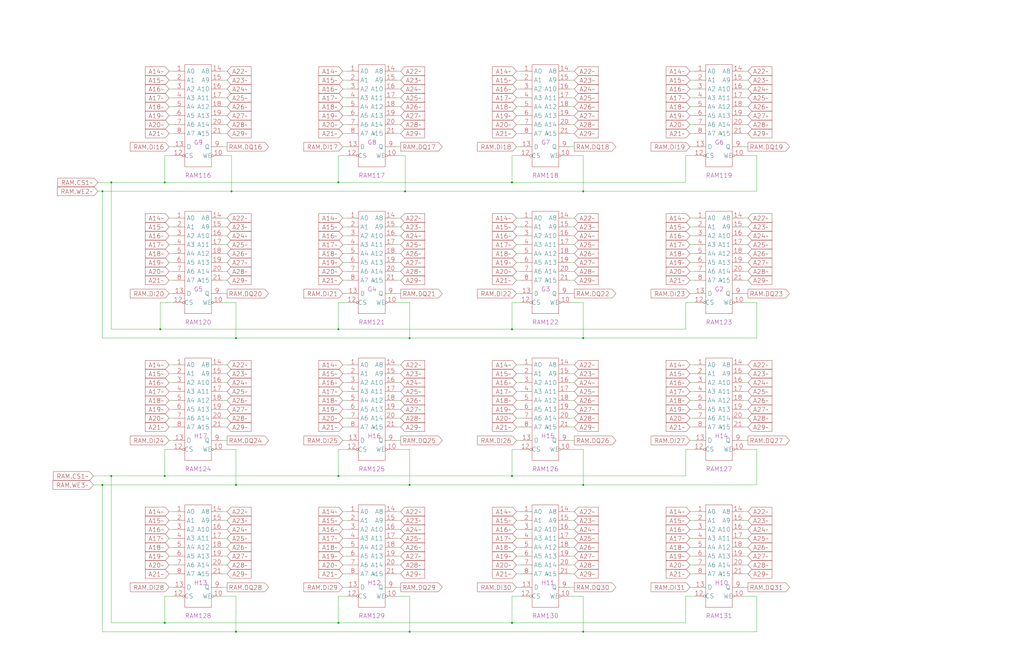
<source format=kicad_sch>
(kicad_sch (version 20220404) (generator eeschema)
  (paper "User" 584.2 378.46)
  (title_block (title "RAMS\\nBANK 1\\nBYTE 2 / BYTE 3") (date "22-SEP-90") (rev "2.0") (comment 1 "IOC") (comment 2 "232-003061") (comment 3 "S400") (comment 4 "RELEASED"))
  (junction (at 233.68 193.04))
  (junction (at 134.62 193.04))
  (junction (at 332.74 360.68))
  (junction (at 132.08 109.22))
  (junction (at 63.5 271.78))
  (junction (at 63.5 104.14))
  (junction (at 292.1 271.78))
  (junction (at 193.04 271.78))
  (junction (at 233.68 360.68))
  (junction (at 292.1 355.6))
  (junction (at 193.04 187.96))
  (junction (at 193.04 355.6))
  (junction (at 91.44 187.96))
  (junction (at 292.1 104.14))
  (junction (at 332.74 109.22))
  (junction (at 58.42 109.22))
  (junction (at 332.74 193.04))
  (junction (at 231.14 109.22))
  (junction (at 134.62 360.68))
  (junction (at 93.98 271.78))
  (junction (at 58.42 276.86))
  (junction (at 134.62 276.86))
  (junction (at 292.1 187.96))
  (junction (at 332.74 276.86))
  (junction (at 93.98 104.14))
  (junction (at 193.04 104.14))
  (junction (at 93.98 355.6))
  (junction (at 233.68 276.86))
  (wire (pts (xy 127 139.7) (xy 129.54 139.7)))
  (wire (pts (xy 391.16 88.9) (xy 396.24 88.9)))
  (wire (pts (xy 127 60.96) (xy 129.54 60.96)))
  (wire (pts (xy 332.74 276.86) (xy 431.8 276.86)))
  (wire (pts (xy 294.64 233.68) (xy 297.18 233.68)))
  (wire (pts (xy 231.14 109.22) (xy 332.74 109.22)))
  (wire (pts (xy 393.7 297.18) (xy 396.24 297.18)))
  (wire (pts (xy 292.1 340.36) (xy 292.1 355.6)))
  (wire (pts (xy 127 124.46) (xy 129.54 124.46)))
  (wire (pts (xy 195.58 134.62) (xy 198.12 134.62)))
  (wire (pts (xy 93.98 88.9) (xy 93.98 104.14)))
  (wire (pts (xy 127 40.64) (xy 129.54 40.64)))
  (wire (pts (xy 96.52 144.78) (xy 99.06 144.78)))
  (wire (pts (xy 424.18 312.42) (xy 426.72 312.42)))
  (wire (pts (xy 294.64 55.88) (xy 297.18 55.88)))
  (wire (pts (xy 226.06 71.12) (xy 228.6 71.12)))
  (wire (pts (xy 226.06 40.64) (xy 228.6 40.64)))
  (wire (pts (xy 63.5 355.6) (xy 63.5 271.78)))
  (wire (pts (xy 195.58 66.04) (xy 198.12 66.04)))
  (wire (pts (xy 233.68 256.54) (xy 233.68 276.86)))
  (wire (pts (xy 294.64 238.76) (xy 297.18 238.76)))
  (wire (pts (xy 294.64 292.1) (xy 297.18 292.1)))
  (wire (pts (xy 226.06 144.78) (xy 228.6 144.78)))
  (wire (pts (xy 96.52 243.84) (xy 99.06 243.84)))
  (wire (pts (xy 325.12 243.84) (xy 327.66 243.84)))
  (wire (pts (xy 424.18 124.46) (xy 426.72 124.46)))
  (wire (pts (xy 424.18 45.72) (xy 426.72 45.72)))
  (wire (pts (xy 99.06 172.72) (xy 91.44 172.72)))
  (wire (pts (xy 226.06 124.46) (xy 228.6 124.46)))
  (wire (pts (xy 391.16 256.54) (xy 391.16 271.78)))
  (wire (pts (xy 195.58 129.54) (xy 198.12 129.54)))
  (wire (pts (xy 134.62 172.72) (xy 134.62 193.04)))
  (wire (pts (xy 127 149.86) (xy 129.54 149.86)))
  (wire (pts (xy 195.58 218.44) (xy 198.12 218.44)))
  (wire (pts (xy 226.06 218.44) (xy 228.6 218.44)))
  (wire (pts (xy 226.06 167.64) (xy 228.6 167.64)))
  (wire (pts (xy 424.18 251.46) (xy 426.72 251.46)))
  (wire (pts (xy 226.06 45.72) (xy 228.6 45.72)))
  (wire (pts (xy 325.12 129.54) (xy 327.66 129.54)))
  (wire (pts (xy 127 243.84) (xy 129.54 243.84)))
  (wire (pts (xy 424.18 256.54) (xy 431.8 256.54)))
  (wire (pts (xy 99.06 88.9) (xy 93.98 88.9)))
  (wire (pts (xy 424.18 60.96) (xy 426.72 60.96)))
  (wire (pts (xy 393.7 134.62) (xy 396.24 134.62)))
  (wire (pts (xy 226.06 76.2) (xy 228.6 76.2)))
  (wire (pts (xy 393.7 243.84) (xy 396.24 243.84)))
  (wire (pts (xy 96.52 302.26) (xy 99.06 302.26)))
  (wire (pts (xy 96.52 124.46) (xy 99.06 124.46)))
  (wire (pts (xy 195.58 297.18) (xy 198.12 297.18)))
  (wire (pts (xy 195.58 50.8) (xy 198.12 50.8)))
  (wire (pts (xy 294.64 71.12) (xy 297.18 71.12)))
  (wire (pts (xy 393.7 312.42) (xy 396.24 312.42)))
  (wire (pts (xy 93.98 271.78) (xy 193.04 271.78)))
  (wire (pts (xy 195.58 55.88) (xy 198.12 55.88)))
  (wire (pts (xy 424.18 335.28) (xy 426.72 335.28)))
  (wire (pts (xy 393.7 228.6) (xy 396.24 228.6)))
  (wire (pts (xy 294.64 60.96) (xy 297.18 60.96)))
  (wire (pts (xy 325.12 71.12) (xy 327.66 71.12)))
  (wire (pts (xy 292.1 256.54) (xy 292.1 271.78)))
  (wire (pts (xy 393.7 251.46) (xy 396.24 251.46)))
  (wire (pts (xy 195.58 327.66) (xy 198.12 327.66)))
  (wire (pts (xy 226.06 228.6) (xy 228.6 228.6)))
  (wire (pts (xy 393.7 50.8) (xy 396.24 50.8)))
  (wire (pts (xy 391.16 187.96) (xy 391.16 172.72)))
  (wire (pts (xy 134.62 276.86) (xy 233.68 276.86)))
  (wire (pts (xy 393.7 223.52) (xy 396.24 223.52)))
  (wire (pts (xy 226.06 256.54) (xy 233.68 256.54)))
  (wire (pts (xy 424.18 243.84) (xy 426.72 243.84)))
  (wire (pts (xy 233.68 276.86) (xy 332.74 276.86)))
  (wire (pts (xy 424.18 134.62) (xy 426.72 134.62)))
  (wire (pts (xy 195.58 233.68) (xy 198.12 233.68)))
  (wire (pts (xy 63.5 104.14) (xy 93.98 104.14)))
  (wire (pts (xy 393.7 213.36) (xy 396.24 213.36)))
  (wire (pts (xy 294.64 40.64) (xy 297.18 40.64)))
  (wire (pts (xy 226.06 149.86) (xy 228.6 149.86)))
  (wire (pts (xy 193.04 172.72) (xy 193.04 187.96)))
  (wire (pts (xy 396.24 256.54) (xy 391.16 256.54)))
  (wire (pts (xy 96.52 218.44) (xy 99.06 218.44)))
  (wire (pts (xy 424.18 340.36) (xy 431.8 340.36)))
  (wire (pts (xy 127 45.72) (xy 129.54 45.72)))
  (wire (pts (xy 99.06 256.54) (xy 93.98 256.54)))
  (wire (pts (xy 325.12 154.94) (xy 327.66 154.94)))
  (wire (pts (xy 195.58 71.12) (xy 198.12 71.12)))
  (wire (pts (xy 226.06 208.28) (xy 228.6 208.28)))
  (wire (pts (xy 226.06 223.52) (xy 228.6 223.52)))
  (wire (pts (xy 195.58 160.02) (xy 198.12 160.02)))
  (wire (pts (xy 292.1 355.6) (xy 193.04 355.6)))
  (wire (pts (xy 96.52 55.88) (xy 99.06 55.88)))
  (wire (pts (xy 292.1 271.78) (xy 391.16 271.78)))
  (wire (pts (xy 99.06 340.36) (xy 93.98 340.36)))
  (wire (pts (xy 424.18 154.94) (xy 426.72 154.94)))
  (wire (pts (xy 393.7 55.88) (xy 396.24 55.88)))
  (wire (pts (xy 325.12 297.18) (xy 327.66 297.18)))
  (wire (pts (xy 294.64 50.8) (xy 297.18 50.8)))
  (wire (pts (xy 297.18 256.54) (xy 292.1 256.54)))
  (wire (pts (xy 96.52 134.62) (xy 99.06 134.62)))
  (wire (pts (xy 96.52 71.12) (xy 99.06 71.12)))
  (wire (pts (xy 96.52 297.18) (xy 99.06 297.18)))
  (wire (pts (xy 431.8 88.9) (xy 424.18 88.9)))
  (wire (pts (xy 325.12 60.96) (xy 327.66 60.96)))
  (wire (pts (xy 195.58 124.46) (xy 198.12 124.46)))
  (wire (pts (xy 193.04 355.6) (xy 93.98 355.6)))
  (wire (pts (xy 195.58 243.84) (xy 198.12 243.84)))
  (wire (pts (xy 325.12 76.2) (xy 327.66 76.2)))
  (wire (pts (xy 294.64 83.82) (xy 297.18 83.82)))
  (wire (pts (xy 96.52 233.68) (xy 99.06 233.68)))
  (wire (pts (xy 393.7 307.34) (xy 396.24 307.34)))
  (wire (pts (xy 127 55.88) (xy 129.54 55.88)))
  (wire (pts (xy 226.06 213.36) (xy 228.6 213.36)))
  (wire (pts (xy 424.18 167.64) (xy 426.72 167.64)))
  (wire (pts (xy 325.12 167.64) (xy 327.66 167.64)))
  (wire (pts (xy 195.58 83.82) (xy 198.12 83.82)))
  (wire (pts (xy 226.06 172.72) (xy 233.68 172.72)))
  (wire (pts (xy 325.12 139.7) (xy 327.66 139.7)))
  (wire (pts (xy 424.18 223.52) (xy 426.72 223.52)))
  (wire (pts (xy 424.18 40.64) (xy 426.72 40.64)))
  (wire (pts (xy 127 144.78) (xy 129.54 144.78)))
  (wire (pts (xy 96.52 76.2) (xy 99.06 76.2)))
  (wire (pts (xy 195.58 149.86) (xy 198.12 149.86)))
  (wire (pts (xy 127 167.64) (xy 129.54 167.64)))
  (wire (pts (xy 195.58 322.58) (xy 198.12 322.58)))
  (wire (pts (xy 127 208.28) (xy 129.54 208.28)))
  (wire (pts (xy 294.64 66.04) (xy 297.18 66.04)))
  (wire (pts (xy 134.62 256.54) (xy 134.62 276.86)))
  (wire (pts (xy 226.06 251.46) (xy 228.6 251.46)))
  (wire (pts (xy 195.58 307.34) (xy 198.12 307.34)))
  (wire (pts (xy 96.52 213.36) (xy 99.06 213.36)))
  (wire (pts (xy 393.7 149.86) (xy 396.24 149.86)))
  (wire (pts (xy 424.18 327.66) (xy 426.72 327.66)))
  (wire (pts (xy 393.7 45.72) (xy 396.24 45.72)))
  (wire (pts (xy 63.5 187.96) (xy 91.44 187.96)))
  (wire (pts (xy 195.58 312.42) (xy 198.12 312.42)))
  (wire (pts (xy 325.12 208.28) (xy 327.66 208.28)))
  (wire (pts (xy 226.06 307.34) (xy 228.6 307.34)))
  (wire (pts (xy 96.52 160.02) (xy 99.06 160.02)))
  (wire (pts (xy 325.12 327.66) (xy 327.66 327.66)))
  (wire (pts (xy 393.7 302.26) (xy 396.24 302.26)))
  (wire (pts (xy 325.12 317.5) (xy 327.66 317.5)))
  (wire (pts (xy 325.12 83.82) (xy 327.66 83.82)))
  (wire (pts (xy 233.68 340.36) (xy 233.68 360.68)))
  (wire (pts (xy 424.18 66.04) (xy 426.72 66.04)))
  (wire (pts (xy 127 160.02) (xy 129.54 160.02)))
  (wire (pts (xy 393.7 40.64) (xy 396.24 40.64)))
  (wire (pts (xy 226.06 129.54) (xy 228.6 129.54)))
  (wire (pts (xy 195.58 292.1) (xy 198.12 292.1)))
  (wire (pts (xy 53.34 271.78) (xy 63.5 271.78)))
  (wire (pts (xy 226.06 134.62) (xy 228.6 134.62)))
  (wire (pts (xy 424.18 302.26) (xy 426.72 302.26)))
  (wire (pts (xy 332.74 172.72) (xy 332.74 193.04)))
  (wire (pts (xy 294.64 124.46) (xy 297.18 124.46)))
  (wire (pts (xy 424.18 208.28) (xy 426.72 208.28)))
  (wire (pts (xy 424.18 233.68) (xy 426.72 233.68)))
  (wire (pts (xy 127 238.76) (xy 129.54 238.76)))
  (wire (pts (xy 431.8 360.68) (xy 332.74 360.68)))
  (wire (pts (xy 58.42 360.68) (xy 58.42 276.86)))
  (wire (pts (xy 193.04 88.9) (xy 193.04 104.14)))
  (wire (pts (xy 424.18 218.44) (xy 426.72 218.44)))
  (wire (pts (xy 93.98 104.14) (xy 193.04 104.14)))
  (wire (pts (xy 424.18 83.82) (xy 426.72 83.82)))
  (wire (pts (xy 294.64 335.28) (xy 297.18 335.28)))
  (wire (pts (xy 332.74 109.22) (xy 431.8 109.22)))
  (wire (pts (xy 294.64 154.94) (xy 297.18 154.94)))
  (wire (pts (xy 393.7 292.1) (xy 396.24 292.1)))
  (wire (pts (xy 193.04 256.54) (xy 193.04 271.78)))
  (wire (pts (xy 226.06 60.96) (xy 228.6 60.96)))
  (wire (pts (xy 294.64 243.84) (xy 297.18 243.84)))
  (wire (pts (xy 294.64 134.62) (xy 297.18 134.62)))
  (wire (pts (xy 96.52 139.7) (xy 99.06 139.7)))
  (wire (pts (xy 127 66.04) (xy 129.54 66.04)))
  (wire (pts (xy 226.06 317.5) (xy 228.6 317.5)))
  (wire (pts (xy 195.58 228.6) (xy 198.12 228.6)))
  (wire (pts (xy 96.52 307.34) (xy 99.06 307.34)))
  (wire (pts (xy 132.08 88.9) (xy 132.08 109.22)))
  (wire (pts (xy 127 50.8) (xy 129.54 50.8)))
  (wire (pts (xy 294.64 139.7) (xy 297.18 139.7)))
  (wire (pts (xy 297.18 172.72) (xy 292.1 172.72)))
  (wire (pts (xy 91.44 172.72) (xy 91.44 187.96)))
  (wire (pts (xy 424.18 213.36) (xy 426.72 213.36)))
  (wire (pts (xy 393.7 238.76) (xy 396.24 238.76)))
  (wire (pts (xy 198.12 340.36) (xy 193.04 340.36)))
  (wire (pts (xy 393.7 233.68) (xy 396.24 233.68)))
  (wire (pts (xy 134.62 193.04) (xy 233.68 193.04)))
  (wire (pts (xy 55.88 104.14) (xy 63.5 104.14)))
  (wire (pts (xy 391.16 340.36) (xy 391.16 355.6)))
  (wire (pts (xy 325.12 340.36) (xy 332.74 340.36)))
  (wire (pts (xy 96.52 292.1) (xy 99.06 292.1)))
  (wire (pts (xy 195.58 213.36) (xy 198.12 213.36)))
  (wire (pts (xy 127 297.18) (xy 129.54 297.18)))
  (wire (pts (xy 325.12 149.86) (xy 327.66 149.86)))
  (wire (pts (xy 393.7 335.28) (xy 396.24 335.28)))
  (wire (pts (xy 127 218.44) (xy 129.54 218.44)))
  (wire (pts (xy 127 292.1) (xy 129.54 292.1)))
  (wire (pts (xy 424.18 50.8) (xy 426.72 50.8)))
  (wire (pts (xy 294.64 45.72) (xy 297.18 45.72)))
  (wire (pts (xy 325.12 233.68) (xy 327.66 233.68)))
  (wire (pts (xy 325.12 88.9) (xy 332.74 88.9)))
  (wire (pts (xy 294.64 302.26) (xy 297.18 302.26)))
  (wire (pts (xy 195.58 251.46) (xy 198.12 251.46)))
  (wire (pts (xy 294.64 307.34) (xy 297.18 307.34)))
  (wire (pts (xy 63.5 104.14) (xy 63.5 187.96)))
  (wire (pts (xy 332.74 360.68) (xy 233.68 360.68)))
  (wire (pts (xy 127 327.66) (xy 129.54 327.66)))
  (wire (pts (xy 127 129.54) (xy 129.54 129.54)))
  (wire (pts (xy 96.52 45.72) (xy 99.06 45.72)))
  (wire (pts (xy 393.7 76.2) (xy 396.24 76.2)))
  (wire (pts (xy 58.42 109.22) (xy 58.42 193.04)))
  (wire (pts (xy 297.18 340.36) (xy 292.1 340.36)))
  (wire (pts (xy 294.64 167.64) (xy 297.18 167.64)))
  (wire (pts (xy 127 317.5) (xy 129.54 317.5)))
  (wire (pts (xy 294.64 76.2) (xy 297.18 76.2)))
  (wire (pts (xy 325.12 160.02) (xy 327.66 160.02)))
  (wire (pts (xy 325.12 251.46) (xy 327.66 251.46)))
  (wire (pts (xy 55.88 109.22) (xy 58.42 109.22)))
  (wire (pts (xy 193.04 104.14) (xy 292.1 104.14)))
  (wire (pts (xy 96.52 167.64) (xy 99.06 167.64)))
  (wire (pts (xy 325.12 66.04) (xy 327.66 66.04)))
  (wire (pts (xy 226.06 292.1) (xy 228.6 292.1)))
  (wire (pts (xy 393.7 327.66) (xy 396.24 327.66)))
  (wire (pts (xy 424.18 144.78) (xy 426.72 144.78)))
  (wire (pts (xy 226.06 302.26) (xy 228.6 302.26)))
  (wire (pts (xy 127 251.46) (xy 129.54 251.46)))
  (wire (pts (xy 391.16 355.6) (xy 292.1 355.6)))
  (wire (pts (xy 127 71.12) (xy 129.54 71.12)))
  (wire (pts (xy 226.06 50.8) (xy 228.6 50.8)))
  (wire (pts (xy 96.52 40.64) (xy 99.06 40.64)))
  (wire (pts (xy 233.68 172.72) (xy 233.68 193.04)))
  (wire (pts (xy 294.64 208.28) (xy 297.18 208.28)))
  (wire (pts (xy 226.06 139.7) (xy 228.6 139.7)))
  (wire (pts (xy 127 307.34) (xy 129.54 307.34)))
  (wire (pts (xy 233.68 193.04) (xy 332.74 193.04)))
  (wire (pts (xy 127 213.36) (xy 129.54 213.36)))
  (wire (pts (xy 297.18 88.9) (xy 292.1 88.9)))
  (wire (pts (xy 294.64 251.46) (xy 297.18 251.46)))
  (wire (pts (xy 424.18 238.76) (xy 426.72 238.76)))
  (wire (pts (xy 396.24 340.36) (xy 391.16 340.36)))
  (wire (pts (xy 96.52 238.76) (xy 99.06 238.76)))
  (wire (pts (xy 294.64 144.78) (xy 297.18 144.78)))
  (wire (pts (xy 226.06 322.58) (xy 228.6 322.58)))
  (wire (pts (xy 127 256.54) (xy 134.62 256.54)))
  (wire (pts (xy 58.42 193.04) (xy 134.62 193.04)))
  (wire (pts (xy 195.58 45.72) (xy 198.12 45.72)))
  (wire (pts (xy 134.62 340.36) (xy 134.62 360.68)))
  (wire (pts (xy 127 134.62) (xy 129.54 134.62)))
  (wire (pts (xy 325.12 292.1) (xy 327.66 292.1)))
  (wire (pts (xy 226.06 340.36) (xy 233.68 340.36)))
  (wire (pts (xy 226.06 297.18) (xy 228.6 297.18)))
  (wire (pts (xy 294.64 317.5) (xy 297.18 317.5)))
  (wire (pts (xy 193.04 187.96) (xy 292.1 187.96)))
  (wire (pts (xy 127 154.94) (xy 129.54 154.94)))
  (wire (pts (xy 96.52 223.52) (xy 99.06 223.52)))
  (wire (pts (xy 195.58 317.5) (xy 198.12 317.5)))
  (wire (pts (xy 294.64 322.58) (xy 297.18 322.58)))
  (wire (pts (xy 226.06 88.9) (xy 231.14 88.9)))
  (wire (pts (xy 195.58 208.28) (xy 198.12 208.28)))
  (wire (pts (xy 96.52 228.6) (xy 99.06 228.6)))
  (wire (pts (xy 424.18 71.12) (xy 426.72 71.12)))
  (wire (pts (xy 198.12 88.9) (xy 193.04 88.9)))
  (wire (pts (xy 96.52 129.54) (xy 99.06 129.54)))
  (wire (pts (xy 96.52 327.66) (xy 99.06 327.66)))
  (wire (pts (xy 424.18 228.6) (xy 426.72 228.6)))
  (wire (pts (xy 127 83.82) (xy 129.54 83.82)))
  (wire (pts (xy 424.18 139.7) (xy 426.72 139.7)))
  (wire (pts (xy 134.62 360.68) (xy 58.42 360.68)))
  (wire (pts (xy 424.18 297.18) (xy 426.72 297.18)))
  (wire (pts (xy 195.58 238.76) (xy 198.12 238.76)))
  (wire (pts (xy 325.12 134.62) (xy 327.66 134.62)))
  (wire (pts (xy 96.52 154.94) (xy 99.06 154.94)))
  (wire (pts (xy 325.12 228.6) (xy 327.66 228.6)))
  (wire (pts (xy 193.04 340.36) (xy 193.04 355.6)))
  (wire (pts (xy 127 228.6) (xy 129.54 228.6)))
  (wire (pts (xy 96.52 251.46) (xy 99.06 251.46)))
  (wire (pts (xy 393.7 66.04) (xy 396.24 66.04)))
  (wire (pts (xy 195.58 60.96) (xy 198.12 60.96)))
  (wire (pts (xy 325.12 40.64) (xy 327.66 40.64)))
  (wire (pts (xy 294.64 297.18) (xy 297.18 297.18)))
  (wire (pts (xy 294.64 213.36) (xy 297.18 213.36)))
  (wire (pts (xy 58.42 276.86) (xy 134.62 276.86)))
  (wire (pts (xy 226.06 83.82) (xy 228.6 83.82)))
  (wire (pts (xy 431.8 193.04) (xy 431.8 172.72)))
  (wire (pts (xy 93.98 256.54) (xy 93.98 271.78)))
  (wire (pts (xy 195.58 154.94) (xy 198.12 154.94)))
  (wire (pts (xy 198.12 172.72) (xy 193.04 172.72)))
  (wire (pts (xy 431.8 109.22) (xy 431.8 88.9)))
  (wire (pts (xy 294.64 218.44) (xy 297.18 218.44)))
  (wire (pts (xy 233.68 360.68) (xy 134.62 360.68)))
  (wire (pts (xy 325.12 335.28) (xy 327.66 335.28)))
  (wire (pts (xy 393.7 83.82) (xy 396.24 83.82)))
  (wire (pts (xy 96.52 149.86) (xy 99.06 149.86)))
  (wire (pts (xy 325.12 312.42) (xy 327.66 312.42)))
  (wire (pts (xy 424.18 149.86) (xy 426.72 149.86)))
  (wire (pts (xy 325.12 213.36) (xy 327.66 213.36)))
  (wire (pts (xy 127 302.26) (xy 129.54 302.26)))
  (wire (pts (xy 96.52 317.5) (xy 99.06 317.5)))
  (wire (pts (xy 127 223.52) (xy 129.54 223.52)))
  (wire (pts (xy 127 312.42) (xy 129.54 312.42)))
  (wire (pts (xy 195.58 223.52) (xy 198.12 223.52)))
  (wire (pts (xy 294.64 149.86) (xy 297.18 149.86)))
  (wire (pts (xy 325.12 45.72) (xy 327.66 45.72)))
  (wire (pts (xy 96.52 50.8) (xy 99.06 50.8)))
  (wire (pts (xy 393.7 139.7) (xy 396.24 139.7)))
  (wire (pts (xy 294.64 228.6) (xy 297.18 228.6)))
  (wire (pts (xy 96.52 60.96) (xy 99.06 60.96)))
  (wire (pts (xy 424.18 317.5) (xy 426.72 317.5)))
  (wire (pts (xy 195.58 335.28) (xy 198.12 335.28)))
  (wire (pts (xy 292.1 172.72) (xy 292.1 187.96)))
  (wire (pts (xy 332.74 193.04) (xy 431.8 193.04)))
  (wire (pts (xy 325.12 322.58) (xy 327.66 322.58)))
  (wire (pts (xy 393.7 322.58) (xy 396.24 322.58)))
  (wire (pts (xy 63.5 271.78) (xy 93.98 271.78)))
  (wire (pts (xy 226.06 154.94) (xy 228.6 154.94)))
  (wire (pts (xy 127 88.9) (xy 132.08 88.9)))
  (wire (pts (xy 325.12 218.44) (xy 327.66 218.44)))
  (wire (pts (xy 325.12 50.8) (xy 327.66 50.8)))
  (wire (pts (xy 96.52 312.42) (xy 99.06 312.42)))
  (wire (pts (xy 127 335.28) (xy 129.54 335.28)))
  (wire (pts (xy 424.18 322.58) (xy 426.72 322.58)))
  (wire (pts (xy 226.06 66.04) (xy 228.6 66.04)))
  (wire (pts (xy 391.16 172.72) (xy 396.24 172.72)))
  (wire (pts (xy 393.7 144.78) (xy 396.24 144.78)))
  (wire (pts (xy 226.06 55.88) (xy 228.6 55.88)))
  (wire (pts (xy 226.06 312.42) (xy 228.6 312.42)))
  (wire (pts (xy 231.14 88.9) (xy 231.14 109.22)))
  (wire (pts (xy 393.7 124.46) (xy 396.24 124.46)))
  (wire (pts (xy 294.64 223.52) (xy 297.18 223.52)))
  (wire (pts (xy 193.04 256.54) (xy 198.12 256.54)))
  (wire (pts (xy 294.64 129.54) (xy 297.18 129.54)))
  (wire (pts (xy 294.64 160.02) (xy 297.18 160.02)))
  (wire (pts (xy 195.58 76.2) (xy 198.12 76.2)))
  (wire (pts (xy 393.7 160.02) (xy 396.24 160.02)))
  (wire (pts (xy 391.16 104.14) (xy 391.16 88.9)))
  (wire (pts (xy 195.58 144.78) (xy 198.12 144.78)))
  (wire (pts (xy 226.06 233.68) (xy 228.6 233.68)))
  (wire (pts (xy 292.1 88.9) (xy 292.1 104.14)))
  (wire (pts (xy 325.12 223.52) (xy 327.66 223.52)))
  (wire (pts (xy 431.8 172.72) (xy 424.18 172.72)))
  (wire (pts (xy 127 340.36) (xy 134.62 340.36)))
  (wire (pts (xy 292.1 187.96) (xy 391.16 187.96)))
  (wire (pts (xy 325.12 307.34) (xy 327.66 307.34)))
  (wire (pts (xy 424.18 307.34) (xy 426.72 307.34)))
  (wire (pts (xy 195.58 40.64) (xy 198.12 40.64)))
  (wire (pts (xy 325.12 256.54) (xy 332.74 256.54)))
  (wire (pts (xy 325.12 55.88) (xy 327.66 55.88)))
  (wire (pts (xy 96.52 83.82) (xy 99.06 83.82)))
  (wire (pts (xy 96.52 208.28) (xy 99.06 208.28)))
  (wire (pts (xy 393.7 129.54) (xy 396.24 129.54)))
  (wire (pts (xy 53.34 276.86) (xy 58.42 276.86)))
  (wire (pts (xy 132.08 109.22) (xy 231.14 109.22)))
  (wire (pts (xy 431.8 256.54) (xy 431.8 276.86)))
  (wire (pts (xy 332.74 88.9) (xy 332.74 109.22)))
  (wire (pts (xy 195.58 302.26) (xy 198.12 302.26)))
  (wire (pts (xy 127 172.72) (xy 134.62 172.72)))
  (wire (pts (xy 393.7 71.12) (xy 396.24 71.12)))
  (wire (pts (xy 58.42 109.22) (xy 132.08 109.22)))
  (wire (pts (xy 393.7 60.96) (xy 396.24 60.96)))
  (wire (pts (xy 393.7 167.64) (xy 396.24 167.64)))
  (wire (pts (xy 325.12 302.26) (xy 327.66 302.26)))
  (wire (pts (xy 193.04 271.78) (xy 292.1 271.78)))
  (wire (pts (xy 195.58 139.7) (xy 198.12 139.7)))
  (wire (pts (xy 96.52 66.04) (xy 99.06 66.04)))
  (wire (pts (xy 424.18 76.2) (xy 426.72 76.2)))
  (wire (pts (xy 127 76.2) (xy 129.54 76.2)))
  (wire (pts (xy 431.8 340.36) (xy 431.8 360.68)))
  (wire (pts (xy 226.06 327.66) (xy 228.6 327.66)))
  (wire (pts (xy 393.7 317.5) (xy 396.24 317.5)))
  (wire (pts (xy 393.7 218.44) (xy 396.24 218.44)))
  (wire (pts (xy 226.06 238.76) (xy 228.6 238.76)))
  (wire (pts (xy 127 322.58) (xy 129.54 322.58)))
  (wire (pts (xy 226.06 335.28) (xy 228.6 335.28)))
  (wire (pts (xy 226.06 243.84) (xy 228.6 243.84)))
  (wire (pts (xy 294.64 327.66) (xy 297.18 327.66)))
  (wire (pts (xy 93.98 355.6) (xy 63.5 355.6)))
  (wire (pts (xy 294.64 312.42) (xy 297.18 312.42)))
  (wire (pts (xy 325.12 238.76) (xy 327.66 238.76)))
  (wire (pts (xy 393.7 208.28) (xy 396.24 208.28)))
  (wire (pts (xy 96.52 335.28) (xy 99.06 335.28)))
  (wire (pts (xy 332.74 256.54) (xy 332.74 276.86)))
  (wire (pts (xy 91.44 187.96) (xy 193.04 187.96)))
  (wire (pts (xy 93.98 340.36) (xy 93.98 355.6)))
  (wire (pts (xy 424.18 292.1) (xy 426.72 292.1)))
  (wire (pts (xy 226.06 160.02) (xy 228.6 160.02)))
  (wire (pts (xy 424.18 55.88) (xy 426.72 55.88)))
  (wire (pts (xy 332.74 340.36) (xy 332.74 360.68)))
  (wire (pts (xy 325.12 172.72) (xy 332.74 172.72)))
  (wire (pts (xy 96.52 322.58) (xy 99.06 322.58)))
  (wire (pts (xy 292.1 104.14) (xy 391.16 104.14)))
  (wire (pts (xy 424.18 160.02) (xy 426.72 160.02)))
  (wire (pts (xy 127 233.68) (xy 129.54 233.68)))
  (wire (pts (xy 325.12 124.46) (xy 327.66 124.46)))
  (wire (pts (xy 195.58 167.64) (xy 198.12 167.64)))
  (wire (pts (xy 424.18 129.54) (xy 426.72 129.54)))
  (wire (pts (xy 325.12 144.78) (xy 327.66 144.78)))
  (wire (pts (xy 393.7 154.94) (xy 396.24 154.94)))
  (global_label "A22~" (shape input) (at 327.66 124.46 0) (effects (font (size 2.54 2.54))) (property "Intersheet References" "${INTERSHEET_REFS}" (at 347.8651 124.3013 0) (effects (font (size 1.905 1.905)) (justify left))))
  (global_label "A24~" (shape input) (at 228.6 218.44 0) (effects (font (size 2.54 2.54))) (property "Intersheet References" "${INTERSHEET_REFS}" (at 249.047 218.2813 0) (effects (font (size 1.905 1.905)) (justify left))))
  (global_label "A27~" (shape input) (at 129.54 233.68 0) (effects (font (size 2.54 2.54))) (property "Intersheet References" "${INTERSHEET_REFS}" (at 149.987 233.5213 0) (effects (font (size 1.905 1.905)) (justify left))))
  (global_label "A26~" (shape input) (at 327.66 60.96 0) (effects (font (size 2.54 2.54))) (property "Intersheet References" "${INTERSHEET_REFS}" (at 348.107 60.8013 0) (effects (font (size 1.905 1.905)) (justify left))))
  (global_label "A15~" (shape input) (at 393.7 45.72 180) (effects (font (size 2.54 2.54))) (property "Intersheet References" "${INTERSHEET_REFS}" (at 373.253 45.5613 0) (effects (font (size 1.905 1.905)) (justify right))))
  (global_label "A29~" (shape input) (at 129.54 243.84 0) (effects (font (size 2.54 2.54))) (property "Intersheet References" "${INTERSHEET_REFS}" (at 149.987 243.6813 0) (effects (font (size 1.905 1.905)) (justify left))))
  (global_label "A19~" (shape input) (at 294.64 149.86 180) (effects (font (size 2.54 2.54))) (property "Intersheet References" "${INTERSHEET_REFS}" (at 274.193 149.7013 0) (effects (font (size 1.905 1.905)) (justify right))))
  (global_label "A24~" (shape input) (at 228.6 302.26 0) (effects (font (size 2.54 2.54))) (property "Intersheet References" "${INTERSHEET_REFS}" (at 249.047 302.1013 0) (effects (font (size 1.905 1.905)) (justify left))))
  (global_label "RAM.DQ22" (shape output) (at 327.66 167.64 0) (effects (font (size 2.54 2.54))) (property "Intersheet References" "${INTERSHEET_REFS}" (at 351.7356 167.4813 0) (effects (font (size 1.905 1.905)) (justify left))))
  (global_label "A17~" (shape input) (at 294.64 55.88 180) (effects (font (size 2.54 2.54))) (property "Intersheet References" "${INTERSHEET_REFS}" (at 274.193 55.7213 0) (effects (font (size 1.905 1.905)) (justify right))))
  (global_label "A28~" (shape input) (at 228.6 154.94 0) (effects (font (size 2.54 2.54))) (property "Intersheet References" "${INTERSHEET_REFS}" (at 249.047 154.7813 0) (effects (font (size 1.905 1.905)) (justify left))))
  (global_label "A21~" (shape input) (at 195.58 327.66 180) (effects (font (size 2.54 2.54))) (property "Intersheet References" "${INTERSHEET_REFS}" (at 175.133 327.5013 0) (effects (font (size 1.905 1.905)) (justify right))))
  (global_label "A25~" (shape input) (at 228.6 307.34 0) (effects (font (size 2.54 2.54))) (property "Intersheet References" "${INTERSHEET_REFS}" (at 249.047 307.1813 0) (effects (font (size 1.905 1.905)) (justify left))))
  (global_label "A21~" (shape input) (at 96.52 76.2 180) (effects (font (size 2.54 2.54))) (property "Intersheet References" "${INTERSHEET_REFS}" (at 76.073 76.0413 0) (effects (font (size 1.905 1.905)) (justify right))))
  (global_label "A21~" (shape input) (at 393.7 243.84 180) (effects (font (size 2.54 2.54))) (property "Intersheet References" "${INTERSHEET_REFS}" (at 373.253 243.6813 0) (effects (font (size 1.905 1.905)) (justify right))))
  (global_label "A15~" (shape input) (at 294.64 213.36 180) (effects (font (size 2.54 2.54))) (property "Intersheet References" "${INTERSHEET_REFS}" (at 274.193 213.2013 0) (effects (font (size 1.905 1.905)) (justify right))))
  (global_label "A27~" (shape input) (at 129.54 149.86 0) (effects (font (size 2.54 2.54))) (property "Intersheet References" "${INTERSHEET_REFS}" (at 149.987 149.7013 0) (effects (font (size 1.905 1.905)) (justify left))))
  (global_label "A23~" (shape input) (at 228.6 213.36 0) (effects (font (size 2.54 2.54))) (property "Intersheet References" "${INTERSHEET_REFS}" (at 249.047 213.2013 0) (effects (font (size 1.905 1.905)) (justify left))))
  (global_label "A18~" (shape input) (at 294.64 312.42 180) (effects (font (size 2.54 2.54))) (property "Intersheet References" "${INTERSHEET_REFS}" (at 274.193 312.2613 0) (effects (font (size 1.905 1.905)) (justify right))))
  (global_label "A26~" (shape input) (at 129.54 312.42 0) (effects (font (size 2.54 2.54))) (property "Intersheet References" "${INTERSHEET_REFS}" (at 149.987 312.2613 0) (effects (font (size 1.905 1.905)) (justify left))))
  (global_label "A20~" (shape input) (at 393.7 154.94 180) (effects (font (size 2.54 2.54))) (property "Intersheet References" "${INTERSHEET_REFS}" (at 373.253 154.7813 0) (effects (font (size 1.905 1.905)) (justify right))))
  (global_label "A17~" (shape input) (at 96.52 139.7 180) (effects (font (size 2.54 2.54))) (property "Intersheet References" "${INTERSHEET_REFS}" (at 76.073 139.5413 0) (effects (font (size 1.905 1.905)) (justify right))))
  (global_label "A20~" (shape input) (at 393.7 322.58 180) (effects (font (size 2.54 2.54))) (property "Intersheet References" "${INTERSHEET_REFS}" (at 373.253 322.4213 0) (effects (font (size 1.905 1.905)) (justify right))))
  (global_label "A21~" (shape input) (at 195.58 160.02 180) (effects (font (size 2.54 2.54))) (property "Intersheet References" "${INTERSHEET_REFS}" (at 175.133 159.8613 0) (effects (font (size 1.905 1.905)) (justify right))))
  (global_label "A14~" (shape input) (at 96.52 40.64 180) (effects (font (size 2.54 2.54))) (property "Intersheet References" "${INTERSHEET_REFS}" (at 76.3149 40.4813 0) (effects (font (size 1.905 1.905)) (justify right))))
  (global_label "A18~" (shape input) (at 195.58 60.96 180) (effects (font (size 2.54 2.54))) (property "Intersheet References" "${INTERSHEET_REFS}" (at 175.133 60.8013 0) (effects (font (size 1.905 1.905)) (justify right))))
  (global_label "A20~" (shape input) (at 294.64 322.58 180) (effects (font (size 2.54 2.54))) (property "Intersheet References" "${INTERSHEET_REFS}" (at 274.193 322.4213 0) (effects (font (size 1.905 1.905)) (justify right))))
  (global_label "A17~" (shape input) (at 195.58 139.7 180) (effects (font (size 2.54 2.54))) (property "Intersheet References" "${INTERSHEET_REFS}" (at 175.133 139.5413 0) (effects (font (size 1.905 1.905)) (justify right))))
  (global_label "A29~" (shape input) (at 426.72 243.84 0) (effects (font (size 2.54 2.54))) (property "Intersheet References" "${INTERSHEET_REFS}" (at 447.167 243.6813 0) (effects (font (size 1.905 1.905)) (justify left))))
  (global_label "A23~" (shape input) (at 426.72 213.36 0) (effects (font (size 2.54 2.54))) (property "Intersheet References" "${INTERSHEET_REFS}" (at 447.167 213.2013 0) (effects (font (size 1.905 1.905)) (justify left))))
  (global_label "A20~" (shape input) (at 195.58 322.58 180) (effects (font (size 2.54 2.54))) (property "Intersheet References" "${INTERSHEET_REFS}" (at 175.133 322.4213 0) (effects (font (size 1.905 1.905)) (justify right))))
  (global_label "A17~" (shape input) (at 393.7 307.34 180) (effects (font (size 2.54 2.54))) (property "Intersheet References" "${INTERSHEET_REFS}" (at 373.253 307.1813 0) (effects (font (size 1.905 1.905)) (justify right))))
  (global_label "A22~" (shape input) (at 228.6 292.1 0) (effects (font (size 2.54 2.54))) (property "Intersheet References" "${INTERSHEET_REFS}" (at 248.8051 291.9413 0) (effects (font (size 1.905 1.905)) (justify left))))
  (global_label "A19~" (shape input) (at 96.52 66.04 180) (effects (font (size 2.54 2.54))) (property "Intersheet References" "${INTERSHEET_REFS}" (at 76.073 65.8813 0) (effects (font (size 1.905 1.905)) (justify right))))
  (global_label "A23~" (shape input) (at 129.54 297.18 0) (effects (font (size 2.54 2.54))) (property "Intersheet References" "${INTERSHEET_REFS}" (at 149.987 297.0213 0) (effects (font (size 1.905 1.905)) (justify left))))
  (global_label "A14~" (shape input) (at 294.64 124.46 180) (effects (font (size 2.54 2.54))) (property "Intersheet References" "${INTERSHEET_REFS}" (at 274.4349 124.3013 0) (effects (font (size 1.905 1.905)) (justify right))))
  (global_label "A21~" (shape input) (at 96.52 160.02 180) (effects (font (size 2.54 2.54))) (property "Intersheet References" "${INTERSHEET_REFS}" (at 76.073 159.8613 0) (effects (font (size 1.905 1.905)) (justify right))))
  (global_label "A15~" (shape input) (at 294.64 45.72 180) (effects (font (size 2.54 2.54))) (property "Intersheet References" "${INTERSHEET_REFS}" (at 274.193 45.5613 0) (effects (font (size 1.905 1.905)) (justify right))))
  (global_label "A24~" (shape input) (at 228.6 50.8 0) (effects (font (size 2.54 2.54))) (property "Intersheet References" "${INTERSHEET_REFS}" (at 249.047 50.6413 0) (effects (font (size 1.905 1.905)) (justify left))))
  (global_label "A29~" (shape input) (at 327.66 76.2 0) (effects (font (size 2.54 2.54))) (property "Intersheet References" "${INTERSHEET_REFS}" (at 348.107 76.0413 0) (effects (font (size 1.905 1.905)) (justify left))))
  (global_label "A25~" (shape input) (at 426.72 223.52 0) (effects (font (size 2.54 2.54))) (property "Intersheet References" "${INTERSHEET_REFS}" (at 447.167 223.3613 0) (effects (font (size 1.905 1.905)) (justify left))))
  (global_label "A21~" (shape input) (at 294.64 160.02 180) (effects (font (size 2.54 2.54))) (property "Intersheet References" "${INTERSHEET_REFS}" (at 274.193 159.8613 0) (effects (font (size 1.905 1.905)) (justify right))))
  (global_label "A23~" (shape input) (at 426.72 297.18 0) (effects (font (size 2.54 2.54))) (property "Intersheet References" "${INTERSHEET_REFS}" (at 447.167 297.0213 0) (effects (font (size 1.905 1.905)) (justify left))))
  (global_label "A27~" (shape input) (at 426.72 317.5 0) (effects (font (size 2.54 2.54))) (property "Intersheet References" "${INTERSHEET_REFS}" (at 447.167 317.3413 0) (effects (font (size 1.905 1.905)) (justify left))))
  (global_label "A24~" (shape input) (at 426.72 302.26 0) (effects (font (size 2.54 2.54))) (property "Intersheet References" "${INTERSHEET_REFS}" (at 447.167 302.1013 0) (effects (font (size 1.905 1.905)) (justify left))))
  (global_label "RAM.DI25" (shape input) (at 195.58 251.46 180) (effects (font (size 2.54 2.54))) (property "Intersheet References" "${INTERSHEET_REFS}" (at 172.9559 251.3013 0) (effects (font (size 1.905 1.905)) (justify right))))
  (global_label "A18~" (shape input) (at 393.7 312.42 180) (effects (font (size 2.54 2.54))) (property "Intersheet References" "${INTERSHEET_REFS}" (at 373.253 312.2613 0) (effects (font (size 1.905 1.905)) (justify right))))
  (global_label "A26~" (shape input) (at 228.6 228.6 0) (effects (font (size 2.54 2.54))) (property "Intersheet References" "${INTERSHEET_REFS}" (at 249.047 228.4413 0) (effects (font (size 1.905 1.905)) (justify left))))
  (global_label "A22~" (shape input) (at 327.66 292.1 0) (effects (font (size 2.54 2.54))) (property "Intersheet References" "${INTERSHEET_REFS}" (at 347.8651 291.9413 0) (effects (font (size 1.905 1.905)) (justify left))))
  (global_label "A28~" (shape input) (at 129.54 322.58 0) (effects (font (size 2.54 2.54))) (property "Intersheet References" "${INTERSHEET_REFS}" (at 149.987 322.4213 0) (effects (font (size 1.905 1.905)) (justify left))))
  (global_label "A24~" (shape input) (at 228.6 134.62 0) (effects (font (size 2.54 2.54))) (property "Intersheet References" "${INTERSHEET_REFS}" (at 249.047 134.4613 0) (effects (font (size 1.905 1.905)) (justify left))))
  (global_label "A18~" (shape input) (at 393.7 144.78 180) (effects (font (size 2.54 2.54))) (property "Intersheet References" "${INTERSHEET_REFS}" (at 373.253 144.6213 0) (effects (font (size 1.905 1.905)) (justify right))))
  (global_label "RAM.DQ24" (shape output) (at 129.54 251.46 0) (effects (font (size 2.54 2.54))) (property "Intersheet References" "${INTERSHEET_REFS}" (at 153.6156 251.3013 0) (effects (font (size 1.905 1.905)) (justify left))))
  (global_label "A19~" (shape input) (at 96.52 317.5 180) (effects (font (size 2.54 2.54))) (property "Intersheet References" "${INTERSHEET_REFS}" (at 76.073 317.3413 0) (effects (font (size 1.905 1.905)) (justify right))))
  (global_label "A23~" (shape input) (at 129.54 129.54 0) (effects (font (size 2.54 2.54))) (property "Intersheet References" "${INTERSHEET_REFS}" (at 149.987 129.3813 0) (effects (font (size 1.905 1.905)) (justify left))))
  (global_label "A26~" (shape input) (at 228.6 312.42 0) (effects (font (size 2.54 2.54))) (property "Intersheet References" "${INTERSHEET_REFS}" (at 249.047 312.2613 0) (effects (font (size 1.905 1.905)) (justify left))))
  (global_label "A19~" (shape input) (at 195.58 317.5 180) (effects (font (size 2.54 2.54))) (property "Intersheet References" "${INTERSHEET_REFS}" (at 175.133 317.3413 0) (effects (font (size 1.905 1.905)) (justify right))))
  (global_label "A14~" (shape input) (at 96.52 292.1 180) (effects (font (size 2.54 2.54))) (property "Intersheet References" "${INTERSHEET_REFS}" (at 76.3149 291.9413 0) (effects (font (size 1.905 1.905)) (justify right))))
  (global_label "A16~" (shape input) (at 96.52 218.44 180) (effects (font (size 2.54 2.54))) (property "Intersheet References" "${INTERSHEET_REFS}" (at 76.3149 218.2813 0) (effects (font (size 1.905 1.905)) (justify right))))
  (global_label "A20~" (shape input) (at 195.58 71.12 180) (effects (font (size 2.54 2.54))) (property "Intersheet References" "${INTERSHEET_REFS}" (at 175.133 70.9613 0) (effects (font (size 1.905 1.905)) (justify right))))
  (global_label "RAM.DI19" (shape input) (at 393.7 83.82 180) (effects (font (size 2.54 2.54))) (property "Intersheet References" "${INTERSHEET_REFS}" (at 371.0759 83.6613 0) (effects (font (size 1.905 1.905)) (justify right))))
  (global_label "A27~" (shape input) (at 327.66 66.04 0) (effects (font (size 2.54 2.54))) (property "Intersheet References" "${INTERSHEET_REFS}" (at 348.107 65.8813 0) (effects (font (size 1.905 1.905)) (justify left))))
  (global_label "RAM.DI18" (shape input) (at 294.64 83.82 180) (effects (font (size 2.54 2.54))) (property "Intersheet References" "${INTERSHEET_REFS}" (at 272.0159 83.6613 0) (effects (font (size 1.905 1.905)) (justify right))))
  (global_label "RAM.DI22" (shape input) (at 294.64 167.64 180) (effects (font (size 2.54 2.54))) (property "Intersheet References" "${INTERSHEET_REFS}" (at 272.0159 167.4813 0) (effects (font (size 1.905 1.905)) (justify right))))
  (global_label "A24~" (shape input) (at 327.66 302.26 0) (effects (font (size 2.54 2.54))) (property "Intersheet References" "${INTERSHEET_REFS}" (at 348.107 302.1013 0) (effects (font (size 1.905 1.905)) (justify left))))
  (global_label "A29~" (shape input) (at 327.66 243.84 0) (effects (font (size 2.54 2.54))) (property "Intersheet References" "${INTERSHEET_REFS}" (at 348.107 243.6813 0) (effects (font (size 1.905 1.905)) (justify left))))
  (global_label "A16~" (shape input) (at 294.64 50.8 180) (effects (font (size 2.54 2.54))) (property "Intersheet References" "${INTERSHEET_REFS}" (at 274.4349 50.6413 0) (effects (font (size 1.905 1.905)) (justify right))))
  (global_label "A14~" (shape input) (at 195.58 292.1 180) (effects (font (size 2.54 2.54))) (property "Intersheet References" "${INTERSHEET_REFS}" (at 175.3749 291.9413 0) (effects (font (size 1.905 1.905)) (justify right))))
  (global_label "A27~" (shape input) (at 129.54 66.04 0) (effects (font (size 2.54 2.54))) (property "Intersheet References" "${INTERSHEET_REFS}" (at 149.987 65.8813 0) (effects (font (size 1.905 1.905)) (justify left))))
  (global_label "RAM.DI31" (shape input) (at 393.7 335.28 180) (effects (font (size 2.54 2.54))) (property "Intersheet References" "${INTERSHEET_REFS}" (at 371.0759 335.1213 0) (effects (font (size 1.905 1.905)) (justify right))))
  (global_label "A25~" (shape input) (at 327.66 139.7 0) (effects (font (size 2.54 2.54))) (property "Intersheet References" "${INTERSHEET_REFS}" (at 348.107 139.5413 0) (effects (font (size 1.905 1.905)) (justify left))))
  (global_label "A26~" (shape input) (at 426.72 312.42 0) (effects (font (size 2.54 2.54))) (property "Intersheet References" "${INTERSHEET_REFS}" (at 447.167 312.2613 0) (effects (font (size 1.905 1.905)) (justify left))))
  (global_label "A28~" (shape input) (at 426.72 71.12 0) (effects (font (size 2.54 2.54))) (property "Intersheet References" "${INTERSHEET_REFS}" (at 447.167 70.9613 0) (effects (font (size 1.905 1.905)) (justify left))))
  (global_label "A23~" (shape input) (at 327.66 297.18 0) (effects (font (size 2.54 2.54))) (property "Intersheet References" "${INTERSHEET_REFS}" (at 348.107 297.0213 0) (effects (font (size 1.905 1.905)) (justify left))))
  (global_label "A19~" (shape input) (at 393.7 66.04 180) (effects (font (size 2.54 2.54))) (property "Intersheet References" "${INTERSHEET_REFS}" (at 373.253 65.8813 0) (effects (font (size 1.905 1.905)) (justify right))))
  (global_label "RAM.WE2~" (shape input) (at 55.88 109.22 180) (effects (font (size 2.54 2.54))) (property "Intersheet References" "${INTERSHEET_REFS}" (at 32.4092 109.0613 0) (effects (font (size 1.905 1.905)) (justify right))))
  (global_label "A27~" (shape input) (at 228.6 149.86 0) (effects (font (size 2.54 2.54))) (property "Intersheet References" "${INTERSHEET_REFS}" (at 249.047 149.7013 0) (effects (font (size 1.905 1.905)) (justify left))))
  (global_label "A23~" (shape input) (at 327.66 213.36 0) (effects (font (size 2.54 2.54))) (property "Intersheet References" "${INTERSHEET_REFS}" (at 348.107 213.2013 0) (effects (font (size 1.905 1.905)) (justify left))))
  (global_label "A20~" (shape input) (at 96.52 322.58 180) (effects (font (size 2.54 2.54))) (property "Intersheet References" "${INTERSHEET_REFS}" (at 76.073 322.4213 0) (effects (font (size 1.905 1.905)) (justify right))))
  (global_label "A23~" (shape input) (at 426.72 129.54 0) (effects (font (size 2.54 2.54))) (property "Intersheet References" "${INTERSHEET_REFS}" (at 447.167 129.3813 0) (effects (font (size 1.905 1.905)) (justify left))))
  (global_label "A28~" (shape input) (at 228.6 238.76 0) (effects (font (size 2.54 2.54))) (property "Intersheet References" "${INTERSHEET_REFS}" (at 249.047 238.6013 0) (effects (font (size 1.905 1.905)) (justify left))))
  (global_label "A25~" (shape input) (at 228.6 139.7 0) (effects (font (size 2.54 2.54))) (property "Intersheet References" "${INTERSHEET_REFS}" (at 249.047 139.5413 0) (effects (font (size 1.905 1.905)) (justify left))))
  (global_label "A17~" (shape input) (at 393.7 223.52 180) (effects (font (size 2.54 2.54))) (property "Intersheet References" "${INTERSHEET_REFS}" (at 373.253 223.3613 0) (effects (font (size 1.905 1.905)) (justify right))))
  (global_label "A19~" (shape input) (at 96.52 233.68 180) (effects (font (size 2.54 2.54))) (property "Intersheet References" "${INTERSHEET_REFS}" (at 76.073 233.5213 0) (effects (font (size 1.905 1.905)) (justify right))))
  (global_label "A14~" (shape input) (at 294.64 208.28 180) (effects (font (size 2.54 2.54))) (property "Intersheet References" "${INTERSHEET_REFS}" (at 274.4349 208.1213 0) (effects (font (size 1.905 1.905)) (justify right))))
  (global_label "A18~" (shape input) (at 195.58 228.6 180) (effects (font (size 2.54 2.54))) (property "Intersheet References" "${INTERSHEET_REFS}" (at 175.133 228.4413 0) (effects (font (size 1.905 1.905)) (justify right))))
  (global_label "A16~" (shape input) (at 294.64 302.26 180) (effects (font (size 2.54 2.54))) (property "Intersheet References" "${INTERSHEET_REFS}" (at 274.4349 302.1013 0) (effects (font (size 1.905 1.905)) (justify right))))
  (global_label "A24~" (shape input) (at 426.72 218.44 0) (effects (font (size 2.54 2.54))) (property "Intersheet References" "${INTERSHEET_REFS}" (at 447.167 218.2813 0) (effects (font (size 1.905 1.905)) (justify left))))
  (global_label "A26~" (shape input) (at 129.54 60.96 0) (effects (font (size 2.54 2.54))) (property "Intersheet References" "${INTERSHEET_REFS}" (at 149.987 60.8013 0) (effects (font (size 1.905 1.905)) (justify left))))
  (global_label "A16~" (shape input) (at 96.52 50.8 180) (effects (font (size 2.54 2.54))) (property "Intersheet References" "${INTERSHEET_REFS}" (at 76.3149 50.6413 0) (effects (font (size 1.905 1.905)) (justify right))))
  (global_label "A27~" (shape input) (at 129.54 317.5 0) (effects (font (size 2.54 2.54))) (property "Intersheet References" "${INTERSHEET_REFS}" (at 149.987 317.3413 0) (effects (font (size 1.905 1.905)) (justify left))))
  (global_label "A19~" (shape input) (at 294.64 317.5 180) (effects (font (size 2.54 2.54))) (property "Intersheet References" "${INTERSHEET_REFS}" (at 274.193 317.3413 0) (effects (font (size 1.905 1.905)) (justify right))))
  (global_label "RAM.DQ16" (shape output) (at 129.54 83.82 0) (effects (font (size 2.54 2.54))) (property "Intersheet References" "${INTERSHEET_REFS}" (at 153.6156 83.6613 0) (effects (font (size 1.905 1.905)) (justify left))))
  (global_label "RAM.DQ25" (shape output) (at 228.6 251.46 0) (effects (font (size 2.54 2.54))) (property "Intersheet References" "${INTERSHEET_REFS}" (at 252.6756 251.3013 0) (effects (font (size 1.905 1.905)) (justify left))))
  (global_label "A28~" (shape input) (at 327.66 154.94 0) (effects (font (size 2.54 2.54))) (property "Intersheet References" "${INTERSHEET_REFS}" (at 348.107 154.7813 0) (effects (font (size 1.905 1.905)) (justify left))))
  (global_label "A22~" (shape input) (at 426.72 40.64 0) (effects (font (size 2.54 2.54))) (property "Intersheet References" "${INTERSHEET_REFS}" (at 446.9251 40.4813 0) (effects (font (size 1.905 1.905)) (justify left))))
  (global_label "A22~" (shape input) (at 426.72 208.28 0) (effects (font (size 2.54 2.54))) (property "Intersheet References" "${INTERSHEET_REFS}" (at 446.9251 208.1213 0) (effects (font (size 1.905 1.905)) (justify left))))
  (global_label "A29~" (shape input) (at 426.72 327.66 0) (effects (font (size 2.54 2.54))) (property "Intersheet References" "${INTERSHEET_REFS}" (at 447.167 327.5013 0) (effects (font (size 1.905 1.905)) (justify left))))
  (global_label "A20~" (shape input) (at 195.58 154.94 180) (effects (font (size 2.54 2.54))) (property "Intersheet References" "${INTERSHEET_REFS}" (at 175.133 154.7813 0) (effects (font (size 1.905 1.905)) (justify right))))
  (global_label "A19~" (shape input) (at 393.7 149.86 180) (effects (font (size 2.54 2.54))) (property "Intersheet References" "${INTERSHEET_REFS}" (at 373.253 149.7013 0) (effects (font (size 1.905 1.905)) (justify right))))
  (global_label "A27~" (shape input) (at 327.66 149.86 0) (effects (font (size 2.54 2.54))) (property "Intersheet References" "${INTERSHEET_REFS}" (at 348.107 149.7013 0) (effects (font (size 1.905 1.905)) (justify left))))
  (global_label "A16~" (shape input) (at 195.58 50.8 180) (effects (font (size 2.54 2.54))) (property "Intersheet References" "${INTERSHEET_REFS}" (at 175.3749 50.6413 0) (effects (font (size 1.905 1.905)) (justify right))))
  (global_label "A16~" (shape input) (at 195.58 134.62 180) (effects (font (size 2.54 2.54))) (property "Intersheet References" "${INTERSHEET_REFS}" (at 175.3749 134.4613 0) (effects (font (size 1.905 1.905)) (justify right))))
  (global_label "A16~" (shape input) (at 393.7 218.44 180) (effects (font (size 2.54 2.54))) (property "Intersheet References" "${INTERSHEET_REFS}" (at 373.4949 218.2813 0) (effects (font (size 1.905 1.905)) (justify right))))
  (global_label "A17~" (shape input) (at 393.7 139.7 180) (effects (font (size 2.54 2.54))) (property "Intersheet References" "${INTERSHEET_REFS}" (at 373.253 139.5413 0) (effects (font (size 1.905 1.905)) (justify right))))
  (global_label "A28~" (shape input) (at 228.6 322.58 0) (effects (font (size 2.54 2.54))) (property "Intersheet References" "${INTERSHEET_REFS}" (at 249.047 322.4213 0) (effects (font (size 1.905 1.905)) (justify left))))
  (global_label "A21~" (shape input) (at 294.64 327.66 180) (effects (font (size 2.54 2.54))) (property "Intersheet References" "${INTERSHEET_REFS}" (at 274.193 327.5013 0) (effects (font (size 1.905 1.905)) (justify right))))
  (global_label "A18~" (shape input) (at 195.58 312.42 180) (effects (font (size 2.54 2.54))) (property "Intersheet References" "${INTERSHEET_REFS}" (at 175.133 312.2613 0) (effects (font (size 1.905 1.905)) (justify right))))
  (global_label "RAM.DQ28" (shape output) (at 129.54 335.28 0) (effects (font (size 2.54 2.54))) (property "Intersheet References" "${INTERSHEET_REFS}" (at 153.6156 335.1213 0) (effects (font (size 1.905 1.905)) (justify left))))
  (global_label "A24~" (shape input) (at 129.54 302.26 0) (effects (font (size 2.54 2.54))) (property "Intersheet References" "${INTERSHEET_REFS}" (at 149.987 302.1013 0) (effects (font (size 1.905 1.905)) (justify left))))
  (global_label "A25~" (shape input) (at 327.66 223.52 0) (effects (font (size 2.54 2.54))) (property "Intersheet References" "${INTERSHEET_REFS}" (at 348.107 223.3613 0) (effects (font (size 1.905 1.905)) (justify left))))
  (global_label "A20~" (shape input) (at 96.52 154.94 180) (effects (font (size 2.54 2.54))) (property "Intersheet References" "${INTERSHEET_REFS}" (at 76.073 154.7813 0) (effects (font (size 1.905 1.905)) (justify right))))
  (global_label "A24~" (shape input) (at 129.54 50.8 0) (effects (font (size 2.54 2.54))) (property "Intersheet References" "${INTERSHEET_REFS}" (at 149.987 50.6413 0) (effects (font (size 1.905 1.905)) (justify left))))
  (global_label "RAM.DI24" (shape input) (at 96.52 251.46 180) (effects (font (size 2.54 2.54))) (property "Intersheet References" "${INTERSHEET_REFS}" (at 73.8959 251.3013 0) (effects (font (size 1.905 1.905)) (justify right))))
  (global_label "A26~" (shape input) (at 426.72 144.78 0) (effects (font (size 2.54 2.54))) (property "Intersheet References" "${INTERSHEET_REFS}" (at 447.167 144.6213 0) (effects (font (size 1.905 1.905)) (justify left))))
  (global_label "A24~" (shape input) (at 327.66 50.8 0) (effects (font (size 2.54 2.54))) (property "Intersheet References" "${INTERSHEET_REFS}" (at 348.107 50.6413 0) (effects (font (size 1.905 1.905)) (justify left))))
  (global_label "A22~" (shape input) (at 228.6 208.28 0) (effects (font (size 2.54 2.54))) (property "Intersheet References" "${INTERSHEET_REFS}" (at 248.8051 208.1213 0) (effects (font (size 1.905 1.905)) (justify left))))
  (global_label "A28~" (shape input) (at 327.66 238.76 0) (effects (font (size 2.54 2.54))) (property "Intersheet References" "${INTERSHEET_REFS}" (at 348.107 238.6013 0) (effects (font (size 1.905 1.905)) (justify left))))
  (global_label "A21~" (shape input) (at 195.58 243.84 180) (effects (font (size 2.54 2.54))) (property "Intersheet References" "${INTERSHEET_REFS}" (at 175.133 243.6813 0) (effects (font (size 1.905 1.905)) (justify right))))
  (global_label "A26~" (shape input) (at 228.6 144.78 0) (effects (font (size 2.54 2.54))) (property "Intersheet References" "${INTERSHEET_REFS}" (at 249.047 144.6213 0) (effects (font (size 1.905 1.905)) (justify left))))
  (global_label "A28~" (shape input) (at 129.54 71.12 0) (effects (font (size 2.54 2.54))) (property "Intersheet References" "${INTERSHEET_REFS}" (at 149.987 70.9613 0) (effects (font (size 1.905 1.905)) (justify left))))
  (global_label "A26~" (shape input) (at 129.54 144.78 0) (effects (font (size 2.54 2.54))) (property "Intersheet References" "${INTERSHEET_REFS}" (at 149.987 144.6213 0) (effects (font (size 1.905 1.905)) (justify left))))
  (global_label "RAM.CS1~" (shape input) (at 55.88 104.14 180) (effects (font (size 2.54 2.54))) (property "Intersheet References" "${INTERSHEET_REFS}" (at 26.4825 103.9813 0) (effects (font (size 1.905 1.905)) (justify right))))
  (global_label "A22~" (shape input) (at 228.6 40.64 0) (effects (font (size 2.54 2.54))) (property "Intersheet References" "${INTERSHEET_REFS}" (at 248.8051 40.4813 0) (effects (font (size 1.905 1.905)) (justify left))))
  (global_label "A17~" (shape input) (at 195.58 55.88 180) (effects (font (size 2.54 2.54))) (property "Intersheet References" "${INTERSHEET_REFS}" (at 175.133 55.7213 0) (effects (font (size 1.905 1.905)) (justify right))))
  (global_label "A29~" (shape input) (at 426.72 160.02 0) (effects (font (size 2.54 2.54))) (property "Intersheet References" "${INTERSHEET_REFS}" (at 447.167 159.8613 0) (effects (font (size 1.905 1.905)) (justify left))))
  (global_label "A18~" (shape input) (at 195.58 144.78 180) (effects (font (size 2.54 2.54))) (property "Intersheet References" "${INTERSHEET_REFS}" (at 175.133 144.6213 0) (effects (font (size 1.905 1.905)) (justify right))))
  (global_label "A14~" (shape input) (at 195.58 208.28 180) (effects (font (size 2.54 2.54))) (property "Intersheet References" "${INTERSHEET_REFS}" (at 175.3749 208.1213 0) (effects (font (size 1.905 1.905)) (justify right))))
  (global_label "A24~" (shape input) (at 129.54 134.62 0) (effects (font (size 2.54 2.54))) (property "Intersheet References" "${INTERSHEET_REFS}" (at 149.987 134.4613 0) (effects (font (size 1.905 1.905)) (justify left))))
  (global_label "A25~" (shape input) (at 129.54 55.88 0) (effects (font (size 2.54 2.54))) (property "Intersheet References" "${INTERSHEET_REFS}" (at 149.987 55.7213 0) (effects (font (size 1.905 1.905)) (justify left))))
  (global_label "A15~" (shape input) (at 294.64 297.18 180) (effects (font (size 2.54 2.54))) (property "Intersheet References" "${INTERSHEET_REFS}" (at 274.193 297.0213 0) (effects (font (size 1.905 1.905)) (justify right))))
  (global_label "A29~" (shape input) (at 228.6 243.84 0) (effects (font (size 2.54 2.54))) (property "Intersheet References" "${INTERSHEET_REFS}" (at 249.047 243.6813 0) (effects (font (size 1.905 1.905)) (justify left))))
  (global_label "A28~" (shape input) (at 327.66 71.12 0) (effects (font (size 2.54 2.54))) (property "Intersheet References" "${INTERSHEET_REFS}" (at 348.107 70.9613 0) (effects (font (size 1.905 1.905)) (justify left))))
  (global_label "A28~" (shape input) (at 228.6 71.12 0) (effects (font (size 2.54 2.54))) (property "Intersheet References" "${INTERSHEET_REFS}" (at 249.047 70.9613 0) (effects (font (size 1.905 1.905)) (justify left))))
  (global_label "A24~" (shape input) (at 426.72 50.8 0) (effects (font (size 2.54 2.54))) (property "Intersheet References" "${INTERSHEET_REFS}" (at 447.167 50.6413 0) (effects (font (size 1.905 1.905)) (justify left))))
  (global_label "RAM.DQ19" (shape output) (at 426.72 83.82 0) (effects (font (size 2.54 2.54))) (property "Intersheet References" "${INTERSHEET_REFS}" (at 450.7956 83.6613 0) (effects (font (size 1.905 1.905)) (justify left))))
  (global_label "A27~" (shape input) (at 426.72 66.04 0) (effects (font (size 2.54 2.54))) (property "Intersheet References" "${INTERSHEET_REFS}" (at 447.167 65.8813 0) (effects (font (size 1.905 1.905)) (justify left))))
  (global_label "A15~" (shape input) (at 195.58 213.36 180) (effects (font (size 2.54 2.54))) (property "Intersheet References" "${INTERSHEET_REFS}" (at 175.133 213.2013 0) (effects (font (size 1.905 1.905)) (justify right))))
  (global_label "A20~" (shape input) (at 393.7 71.12 180) (effects (font (size 2.54 2.54))) (property "Intersheet References" "${INTERSHEET_REFS}" (at 373.253 70.9613 0) (effects (font (size 1.905 1.905)) (justify right))))
  (global_label "A15~" (shape input) (at 96.52 213.36 180) (effects (font (size 2.54 2.54))) (property "Intersheet References" "${INTERSHEET_REFS}" (at 76.073 213.2013 0) (effects (font (size 1.905 1.905)) (justify right))))
  (global_label "A18~" (shape input) (at 294.64 228.6 180) (effects (font (size 2.54 2.54))) (property "Intersheet References" "${INTERSHEET_REFS}" (at 274.193 228.4413 0) (effects (font (size 1.905 1.905)) (justify right))))
  (global_label "A15~" (shape input) (at 294.64 129.54 180) (effects (font (size 2.54 2.54))) (property "Intersheet References" "${INTERSHEET_REFS}" (at 274.193 129.3813 0) (effects (font (size 1.905 1.905)) (justify right))))
  (global_label "A15~" (shape input) (at 393.7 297.18 180) (effects (font (size 2.54 2.54))) (property "Intersheet References" "${INTERSHEET_REFS}" (at 373.253 297.0213 0) (effects (font (size 1.905 1.905)) (justify right))))
  (global_label "RAM.DQ29" (shape output) (at 228.6 335.28 0) (effects (font (size 2.54 2.54))) (property "Intersheet References" "${INTERSHEET_REFS}" (at 252.6756 335.1213 0) (effects (font (size 1.905 1.905)) (justify left))))
  (global_label "A17~" (shape input) (at 195.58 307.34 180) (effects (font (size 2.54 2.54))) (property "Intersheet References" "${INTERSHEET_REFS}" (at 175.133 307.1813 0) (effects (font (size 1.905 1.905)) (justify right))))
  (global_label "A14~" (shape input) (at 96.52 208.28 180) (effects (font (size 2.54 2.54))) (property "Intersheet References" "${INTERSHEET_REFS}" (at 76.3149 208.1213 0) (effects (font (size 1.905 1.905)) (justify right))))
  (global_label "A19~" (shape input) (at 294.64 66.04 180) (effects (font (size 2.54 2.54))) (property "Intersheet References" "${INTERSHEET_REFS}" (at 274.193 65.8813 0) (effects (font (size 1.905 1.905)) (justify right))))
  (global_label "A18~" (shape input) (at 393.7 60.96 180) (effects (font (size 2.54 2.54))) (property "Intersheet References" "${INTERSHEET_REFS}" (at 373.253 60.8013 0) (effects (font (size 1.905 1.905)) (justify right))))
  (global_label "RAM.DQ21" (shape output) (at 228.6 167.64 0) (effects (font (size 2.54 2.54))) (property "Intersheet References" "${INTERSHEET_REFS}" (at 252.6756 167.4813 0) (effects (font (size 1.905 1.905)) (justify left))))
  (global_label "A26~" (shape input) (at 327.66 144.78 0) (effects (font (size 2.54 2.54))) (property "Intersheet References" "${INTERSHEET_REFS}" (at 348.107 144.6213 0) (effects (font (size 1.905 1.905)) (justify left))))
  (global_label "A14~" (shape input) (at 294.64 292.1 180) (effects (font (size 2.54 2.54))) (property "Intersheet References" "${INTERSHEET_REFS}" (at 274.4349 291.9413 0) (effects (font (size 1.905 1.905)) (justify right))))
  (global_label "A22~" (shape input) (at 327.66 40.64 0) (effects (font (size 2.54 2.54))) (property "Intersheet References" "${INTERSHEET_REFS}" (at 347.8651 40.4813 0) (effects (font (size 1.905 1.905)) (justify left))))
  (global_label "RAM.DI30" (shape input) (at 294.64 335.28 180) (effects (font (size 2.54 2.54))) (property "Intersheet References" "${INTERSHEET_REFS}" (at 272.0159 335.1213 0) (effects (font (size 1.905 1.905)) (justify right))))
  (global_label "A16~" (shape input) (at 294.64 218.44 180) (effects (font (size 2.54 2.54))) (property "Intersheet References" "${INTERSHEET_REFS}" (at 274.4349 218.2813 0) (effects (font (size 1.905 1.905)) (justify right))))
  (global_label "A25~" (shape input) (at 426.72 55.88 0) (effects (font (size 2.54 2.54))) (property "Intersheet References" "${INTERSHEET_REFS}" (at 447.167 55.7213 0) (effects (font (size 1.905 1.905)) (justify left))))
  (global_label "A29~" (shape input) (at 129.54 76.2 0) (effects (font (size 2.54 2.54))) (property "Intersheet References" "${INTERSHEET_REFS}" (at 149.987 76.0413 0) (effects (font (size 1.905 1.905)) (justify left))))
  (global_label "A29~" (shape input) (at 228.6 327.66 0) (effects (font (size 2.54 2.54))) (property "Intersheet References" "${INTERSHEET_REFS}" (at 249.047 327.5013 0) (effects (font (size 1.905 1.905)) (justify left))))
  (global_label "A23~" (shape input) (at 228.6 297.18 0) (effects (font (size 2.54 2.54))) (property "Intersheet References" "${INTERSHEET_REFS}" (at 249.047 297.0213 0) (effects (font (size 1.905 1.905)) (justify left))))
  (global_label "A25~" (shape input) (at 426.72 307.34 0) (effects (font (size 2.54 2.54))) (property "Intersheet References" "${INTERSHEET_REFS}" (at 447.167 307.1813 0) (effects (font (size 1.905 1.905)) (justify left))))
  (global_label "A27~" (shape input) (at 228.6 233.68 0) (effects (font (size 2.54 2.54))) (property "Intersheet References" "${INTERSHEET_REFS}" (at 249.047 233.5213 0) (effects (font (size 1.905 1.905)) (justify left))))
  (global_label "A29~" (shape input) (at 327.66 327.66 0) (effects (font (size 2.54 2.54))) (property "Intersheet References" "${INTERSHEET_REFS}" (at 348.107 327.5013 0) (effects (font (size 1.905 1.905)) (justify left))))
  (global_label "A14~" (shape input) (at 393.7 40.64 180) (effects (font (size 2.54 2.54))) (property "Intersheet References" "${INTERSHEET_REFS}" (at 373.4949 40.4813 0) (effects (font (size 1.905 1.905)) (justify right))))
  (global_label "RAM.WE3~" (shape input) (at 53.34 276.86 180) (effects (font (size 2.54 2.54))) (property "Intersheet References" "${INTERSHEET_REFS}" (at 29.8692 276.7013 0) (effects (font (size 1.905 1.905)) (justify right))))
  (global_label "A27~" (shape input) (at 327.66 233.68 0) (effects (font (size 2.54 2.54))) (property "Intersheet References" "${INTERSHEET_REFS}" (at 348.107 233.5213 0) (effects (font (size 1.905 1.905)) (justify left))))
  (global_label "A17~" (shape input) (at 294.64 223.52 180) (effects (font (size 2.54 2.54))) (property "Intersheet References" "${INTERSHEET_REFS}" (at 274.193 223.3613 0) (effects (font (size 1.905 1.905)) (justify right))))
  (global_label "A18~" (shape input) (at 294.64 144.78 180) (effects (font (size 2.54 2.54))) (property "Intersheet References" "${INTERSHEET_REFS}" (at 274.193 144.6213 0) (effects (font (size 1.905 1.905)) (justify right))))
  (global_label "A20~" (shape input) (at 294.64 238.76 180) (effects (font (size 2.54 2.54))) (property "Intersheet References" "${INTERSHEET_REFS}" (at 274.193 238.6013 0) (effects (font (size 1.905 1.905)) (justify right))))
  (global_label "A28~" (shape input) (at 426.72 322.58 0) (effects (font (size 2.54 2.54))) (property "Intersheet References" "${INTERSHEET_REFS}" (at 447.167 322.4213 0) (effects (font (size 1.905 1.905)) (justify left))))
  (global_label "A19~" (shape input) (at 393.7 317.5 180) (effects (font (size 2.54 2.54))) (property "Intersheet References" "${INTERSHEET_REFS}" (at 373.253 317.3413 0) (effects (font (size 1.905 1.905)) (justify right))))
  (global_label "A15~" (shape input) (at 195.58 297.18 180) (effects (font (size 2.54 2.54))) (property "Intersheet References" "${INTERSHEET_REFS}" (at 175.133 297.0213 0) (effects (font (size 1.905 1.905)) (justify right))))
  (global_label "A27~" (shape input) (at 426.72 233.68 0) (effects (font (size 2.54 2.54))) (property "Intersheet References" "${INTERSHEET_REFS}" (at 447.167 233.5213 0) (effects (font (size 1.905 1.905)) (justify left))))
  (global_label "RAM.DI17" (shape input) (at 195.58 83.82 180) (effects (font (size 2.54 2.54))) (property "Intersheet References" "${INTERSHEET_REFS}" (at 172.9559 83.6613 0) (effects (font (size 1.905 1.905)) (justify right))))
  (global_label "RAM.DQ23" (shape output) (at 426.72 167.64 0) (effects (font (size 2.54 2.54))) (property "Intersheet References" "${INTERSHEET_REFS}" (at 450.7956 167.4813 0) (effects (font (size 1.905 1.905)) (justify left))))
  (global_label "A17~" (shape input) (at 294.64 139.7 180) (effects (font (size 2.54 2.54))) (property "Intersheet References" "${INTERSHEET_REFS}" (at 274.193 139.5413 0) (effects (font (size 1.905 1.905)) (justify right))))
  (global_label "A14~" (shape input) (at 393.7 124.46 180) (effects (font (size 2.54 2.54))) (property "Intersheet References" "${INTERSHEET_REFS}" (at 373.4949 124.3013 0) (effects (font (size 1.905 1.905)) (justify right))))
  (global_label "RAM.DQ30" (shape output) (at 327.66 335.28 0) (effects (font (size 2.54 2.54))) (property "Intersheet References" "${INTERSHEET_REFS}" (at 351.7356 335.1213 0) (effects (font (size 1.905 1.905)) (justify left))))
  (global_label "A17~" (shape input) (at 294.64 307.34 180) (effects (font (size 2.54 2.54))) (property "Intersheet References" "${INTERSHEET_REFS}" (at 274.193 307.1813 0) (effects (font (size 1.905 1.905)) (justify right))))
  (global_label "A17~" (shape input) (at 393.7 55.88 180) (effects (font (size 2.54 2.54))) (property "Intersheet References" "${INTERSHEET_REFS}" (at 373.253 55.7213 0) (effects (font (size 1.905 1.905)) (justify right))))
  (global_label "A23~" (shape input) (at 129.54 45.72 0) (effects (font (size 2.54 2.54))) (property "Intersheet References" "${INTERSHEET_REFS}" (at 149.987 45.5613 0) (effects (font (size 1.905 1.905)) (justify left))))
  (global_label "A29~" (shape input) (at 228.6 76.2 0) (effects (font (size 2.54 2.54))) (property "Intersheet References" "${INTERSHEET_REFS}" (at 249.047 76.0413 0) (effects (font (size 1.905 1.905)) (justify left))))
  (global_label "A25~" (shape input) (at 228.6 223.52 0) (effects (font (size 2.54 2.54))) (property "Intersheet References" "${INTERSHEET_REFS}" (at 249.047 223.3613 0) (effects (font (size 1.905 1.905)) (justify left))))
  (global_label "A19~" (shape input) (at 96.52 149.86 180) (effects (font (size 2.54 2.54))) (property "Intersheet References" "${INTERSHEET_REFS}" (at 76.073 149.7013 0) (effects (font (size 1.905 1.905)) (justify right))))
  (global_label "A25~" (shape input) (at 129.54 307.34 0) (effects (font (size 2.54 2.54))) (property "Intersheet References" "${INTERSHEET_REFS}" (at 149.987 307.1813 0) (effects (font (size 1.905 1.905)) (justify left))))
  (global_label "A15~" (shape input) (at 96.52 45.72 180) (effects (font (size 2.54 2.54))) (property "Intersheet References" "${INTERSHEET_REFS}" (at 76.073 45.5613 0) (effects (font (size 1.905 1.905)) (justify right))))
  (global_label "A21~" (shape input) (at 96.52 243.84 180) (effects (font (size 2.54 2.54))) (property "Intersheet References" "${INTERSHEET_REFS}" (at 76.073 243.6813 0) (effects (font (size 1.905 1.905)) (justify right))))
  (global_label "A25~" (shape input) (at 327.66 307.34 0) (effects (font (size 2.54 2.54))) (property "Intersheet References" "${INTERSHEET_REFS}" (at 348.107 307.1813 0) (effects (font (size 1.905 1.905)) (justify left))))
  (global_label "A20~" (shape input) (at 96.52 238.76 180) (effects (font (size 2.54 2.54))) (property "Intersheet References" "${INTERSHEET_REFS}" (at 76.073 238.6013 0) (effects (font (size 1.905 1.905)) (justify right))))
  (global_label "A21~" (shape input) (at 294.64 76.2 180) (effects (font (size 2.54 2.54))) (property "Intersheet References" "${INTERSHEET_REFS}" (at 274.193 76.0413 0) (effects (font (size 1.905 1.905)) (justify right))))
  (global_label "A25~" (shape input) (at 327.66 55.88 0) (effects (font (size 2.54 2.54))) (property "Intersheet References" "${INTERSHEET_REFS}" (at 348.107 55.7213 0) (effects (font (size 1.905 1.905)) (justify left))))
  (global_label "RAM.DI28" (shape input) (at 96.52 335.28 180) (effects (font (size 2.54 2.54))) (property "Intersheet References" "${INTERSHEET_REFS}" (at 73.8959 335.1213 0) (effects (font (size 1.905 1.905)) (justify right))))
  (global_label "A21~" (shape input) (at 393.7 327.66 180) (effects (font (size 2.54 2.54))) (property "Intersheet References" "${INTERSHEET_REFS}" (at 373.253 327.5013 0) (effects (font (size 1.905 1.905)) (justify right))))
  (global_label "A25~" (shape input) (at 129.54 139.7 0) (effects (font (size 2.54 2.54))) (property "Intersheet References" "${INTERSHEET_REFS}" (at 149.987 139.5413 0) (effects (font (size 1.905 1.905)) (justify left))))
  (global_label "A24~" (shape input) (at 426.72 134.62 0) (effects (font (size 2.54 2.54))) (property "Intersheet References" "${INTERSHEET_REFS}" (at 447.167 134.4613 0) (effects (font (size 1.905 1.905)) (justify left))))
  (global_label "A18~" (shape input) (at 393.7 228.6 180) (effects (font (size 2.54 2.54))) (property "Intersheet References" "${INTERSHEET_REFS}" (at 373.253 228.4413 0) (effects (font (size 1.905 1.905)) (justify right))))
  (global_label "A28~" (shape input) (at 327.66 322.58 0) (effects (font (size 2.54 2.54))) (property "Intersheet References" "${INTERSHEET_REFS}" (at 348.107 322.4213 0) (effects (font (size 1.905 1.905)) (justify left))))
  (global_label "A20~" (shape input) (at 294.64 71.12 180) (effects (font (size 2.54 2.54))) (property "Intersheet References" "${INTERSHEET_REFS}" (at 274.193 70.9613 0) (effects (font (size 1.905 1.905)) (justify right))))
  (global_label "A22~" (shape input) (at 426.72 292.1 0) (effects (font (size 2.54 2.54))) (property "Intersheet References" "${INTERSHEET_REFS}" (at 446.9251 291.9413 0) (effects (font (size 1.905 1.905)) (justify left))))
  (global_label "A18~" (shape input) (at 96.52 228.6 180) (effects (font (size 2.54 2.54))) (property "Intersheet References" "${INTERSHEET_REFS}" (at 76.073 228.4413 0) (effects (font (size 1.905 1.905)) (justify right))))
  (global_label "A28~" (shape input) (at 129.54 154.94 0) (effects (font (size 2.54 2.54))) (property "Intersheet References" "${INTERSHEET_REFS}" (at 149.987 154.7813 0) (effects (font (size 1.905 1.905)) (justify left))))
  (global_label "RAM.DQ17" (shape output) (at 228.6 83.82 0) (effects (font (size 2.54 2.54))) (property "Intersheet References" "${INTERSHEET_REFS}" (at 252.6756 83.6613 0) (effects (font (size 1.905 1.905)) (justify left))))
  (global_label "A16~" (shape input) (at 195.58 302.26 180) (effects (font (size 2.54 2.54))) (property "Intersheet References" "${INTERSHEET_REFS}" (at 175.3749 302.1013 0) (effects (font (size 1.905 1.905)) (justify right))))
  (global_label "A15~" (shape input) (at 393.7 129.54 180) (effects (font (size 2.54 2.54))) (property "Intersheet References" "${INTERSHEET_REFS}" (at 373.253 129.3813 0) (effects (font (size 1.905 1.905)) (justify right))))
  (global_label "A14~" (shape input) (at 96.52 124.46 180) (effects (font (size 2.54 2.54))) (property "Intersheet References" "${INTERSHEET_REFS}" (at 76.3149 124.3013 0) (effects (font (size 1.905 1.905)) (justify right))))
  (global_label "RAM.DQ20" (shape output) (at 129.54 167.64 0) (effects (font (size 2.54 2.54))) (property "Intersheet References" "${INTERSHEET_REFS}" (at 153.6156 167.4813 0) (effects (font (size 1.905 1.905)) (justify left))))
  (global_label "A16~" (shape input) (at 393.7 302.26 180) (effects (font (size 2.54 2.54))) (property "Intersheet References" "${INTERSHEET_REFS}" (at 373.4949 302.1013 0) (effects (font (size 1.905 1.905)) (justify right))))
  (global_label "A16~" (shape input) (at 96.52 134.62 180) (effects (font (size 2.54 2.54))) (property "Intersheet References" "${INTERSHEET_REFS}" (at 76.3149 134.4613 0) (effects (font (size 1.905 1.905)) (justify right))))
  (global_label "A29~" (shape input) (at 426.72 76.2 0) (effects (font (size 2.54 2.54))) (property "Intersheet References" "${INTERSHEET_REFS}" (at 447.167 76.0413 0) (effects (font (size 1.905 1.905)) (justify left))))
  (global_label "A22~" (shape input) (at 129.54 124.46 0) (effects (font (size 2.54 2.54))) (property "Intersheet References" "${INTERSHEET_REFS}" (at 149.7451 124.3013 0) (effects (font (size 1.905 1.905)) (justify left))))
  (global_label "A28~" (shape input) (at 426.72 238.76 0) (effects (font (size 2.54 2.54))) (property "Intersheet References" "${INTERSHEET_REFS}" (at 447.167 238.6013 0) (effects (font (size 1.905 1.905)) (justify left))))
  (global_label "A19~" (shape input) (at 294.64 233.68 180) (effects (font (size 2.54 2.54))) (property "Intersheet References" "${INTERSHEET_REFS}" (at 274.193 233.5213 0) (effects (font (size 1.905 1.905)) (justify right))))
  (global_label "A19~" (shape input) (at 195.58 66.04 180) (effects (font (size 2.54 2.54))) (property "Intersheet References" "${INTERSHEET_REFS}" (at 175.133 65.8813 0) (effects (font (size 1.905 1.905)) (justify right))))
  (global_label "A18~" (shape input) (at 96.52 144.78 180) (effects (font (size 2.54 2.54))) (property "Intersheet References" "${INTERSHEET_REFS}" (at 76.073 144.6213 0) (effects (font (size 1.905 1.905)) (justify right))))
  (global_label "A25~" (shape input) (at 228.6 55.88 0) (effects (font (size 2.54 2.54))) (property "Intersheet References" "${INTERSHEET_REFS}" (at 249.047 55.7213 0) (effects (font (size 1.905 1.905)) (justify left))))
  (global_label "A27~" (shape input) (at 327.66 317.5 0) (effects (font (size 2.54 2.54))) (property "Intersheet References" "${INTERSHEET_REFS}" (at 348.107 317.3413 0) (effects (font (size 1.905 1.905)) (justify left))))
  (global_label "A27~" (shape input) (at 426.72 149.86 0) (effects (font (size 2.54 2.54))) (property "Intersheet References" "${INTERSHEET_REFS}" (at 447.167 149.7013 0) (effects (font (size 1.905 1.905)) (justify left))))
  (global_label "RAM.CS1~" (shape input) (at 53.34 271.78 180) (effects (font (size 2.54 2.54))) (property "Intersheet References" "${INTERSHEET_REFS}" (at 23.9425 271.6213 0) (effects (font (size 1.905 1.905)) (justify right))))
  (global_label "A15~" (shape input) (at 393.7 213.36 180) (effects (font (size 2.54 2.54))) (property "Intersheet References" "${INTERSHEET_REFS}" (at 373.253 213.2013 0) (effects (font (size 1.905 1.905)) (justify right))))
  (global_label "RAM.DQ27" (shape output) (at 426.72 251.46 0) (effects (font (size 2.54 2.54))) (property "Intersheet References" "${INTERSHEET_REFS}" (at 450.7956 251.3013 0) (effects (font (size 1.905 1.905)) (justify left))))
  (global_label "A16~" (shape input) (at 294.64 134.62 180) (effects (font (size 2.54 2.54))) (property "Intersheet References" "${INTERSHEET_REFS}" (at 274.4349 134.4613 0) (effects (font (size 1.905 1.905)) (justify right))))
  (global_label "A16~" (shape input) (at 96.52 302.26 180) (effects (font (size 2.54 2.54))) (property "Intersheet References" "${INTERSHEET_REFS}" (at 76.3149 302.1013 0) (effects (font (size 1.905 1.905)) (justify right))))
  (global_label "RAM.DI20" (shape input) (at 96.52 167.64 180) (effects (font (size 2.54 2.54))) (property "Intersheet References" "${INTERSHEET_REFS}" (at 73.8959 167.4813 0) (effects (font (size 1.905 1.905)) (justify right))))
  (global_label "A29~" (shape input) (at 228.6 160.02 0) (effects (font (size 2.54 2.54))) (property "Intersheet References" "${INTERSHEET_REFS}" (at 249.047 159.8613 0) (effects (font (size 1.905 1.905)) (justify left))))
  (global_label "A23~" (shape input) (at 129.54 213.36 0) (effects (font (size 2.54 2.54))) (property "Intersheet References" "${INTERSHEET_REFS}" (at 149.987 213.2013 0) (effects (font (size 1.905 1.905)) (justify left))))
  (global_label "A18~" (shape input) (at 96.52 312.42 180) (effects (font (size 2.54 2.54))) (property "Intersheet References" "${INTERSHEET_REFS}" (at 76.073 312.2613 0) (effects (font (size 1.905 1.905)) (justify right))))
  (global_label "A22~" (shape input) (at 129.54 208.28 0) (effects (font (size 2.54 2.54))) (property "Intersheet References" "${INTERSHEET_REFS}" (at 149.7451 208.1213 0) (effects (font (size 1.905 1.905)) (justify left))))
  (global_label "A20~" (shape input) (at 195.58 238.76 180) (effects (font (size 2.54 2.54))) (property "Intersheet References" "${INTERSHEET_REFS}" (at 175.133 238.6013 0) (effects (font (size 1.905 1.905)) (justify right))))
  (global_label "A15~" (shape input) (at 195.58 45.72 180) (effects (font (size 2.54 2.54))) (property "Intersheet References" "${INTERSHEET_REFS}" (at 175.133 45.5613 0) (effects (font (size 1.905 1.905)) (justify right))))
  (global_label "A22~" (shape input) (at 327.66 208.28 0) (effects (font (size 2.54 2.54))) (property "Intersheet References" "${INTERSHEET_REFS}" (at 347.8651 208.1213 0) (effects (font (size 1.905 1.905)) (justify left))))
  (global_label "A15~" (shape input) (at 96.52 129.54 180) (effects (font (size 2.54 2.54))) (property "Intersheet References" "${INTERSHEET_REFS}" (at 76.073 129.3813 0) (effects (font (size 1.905 1.905)) (justify right))))
  (global_label "A14~" (shape input) (at 195.58 40.64 180) (effects (font (size 2.54 2.54))) (property "Intersheet References" "${INTERSHEET_REFS}" (at 175.3749 40.4813 0) (effects (font (size 1.905 1.905)) (justify right))))
  (global_label "A22~" (shape input) (at 129.54 40.64 0) (effects (font (size 2.54 2.54))) (property "Intersheet References" "${INTERSHEET_REFS}" (at 149.7451 40.4813 0) (effects (font (size 1.905 1.905)) (justify left))))
  (global_label "A21~" (shape input) (at 294.64 243.84 180) (effects (font (size 2.54 2.54))) (property "Intersheet References" "${INTERSHEET_REFS}" (at 274.193 243.6813 0) (effects (font (size 1.905 1.905)) (justify right))))
  (global_label "A21~" (shape input) (at 393.7 160.02 180) (effects (font (size 2.54 2.54))) (property "Intersheet References" "${INTERSHEET_REFS}" (at 373.253 159.8613 0) (effects (font (size 1.905 1.905)) (justify right))))
  (global_label "A21~" (shape input) (at 96.52 327.66 180) (effects (font (size 2.54 2.54))) (property "Intersheet References" "${INTERSHEET_REFS}" (at 76.073 327.5013 0) (effects (font (size 1.905 1.905)) (justify right))))
  (global_label "A27~" (shape input) (at 228.6 66.04 0) (effects (font (size 2.54 2.54))) (property "Intersheet References" "${INTERSHEET_REFS}" (at 249.047 65.8813 0) (effects (font (size 1.905 1.905)) (justify left))))
  (global_label "RAM.DQ18" (shape output) (at 327.66 83.82 0) (effects (font (size 2.54 2.54))) (property "Intersheet References" "${INTERSHEET_REFS}" (at 351.7356 83.6613 0) (effects (font (size 1.905 1.905)) (justify left))))
  (global_label "A15~" (shape input) (at 96.52 297.18 180) (effects (font (size 2.54 2.54))) (property "Intersheet References" "${INTERSHEET_REFS}" (at 76.073 297.0213 0) (effects (font (size 1.905 1.905)) (justify right))))
  (global_label "RAM.DI16" (shape input) (at 96.52 83.82 180) (effects (font (size 2.54 2.54))) (property "Intersheet References" "${INTERSHEET_REFS}" (at 73.8959 83.6613 0) (effects (font (size 1.905 1.905)) (justify right))))
  (global_label "A23~" (shape input) (at 327.66 129.54 0) (effects (font (size 2.54 2.54))) (property "Intersheet References" "${INTERSHEET_REFS}" (at 348.107 129.3813 0) (effects (font (size 1.905 1.905)) (justify left))))
  (global_label "A18~" (shape input) (at 294.64 60.96 180) (effects (font (size 2.54 2.54))) (property "Intersheet References" "${INTERSHEET_REFS}" (at 274.193 60.8013 0) (effects (font (size 1.905 1.905)) (justify right))))
  (global_label "RAM.DI29" (shape input) (at 195.58 335.28 180) (effects (font (size 2.54 2.54))) (property "Intersheet References" "${INTERSHEET_REFS}" (at 172.9559 335.1213 0) (effects (font (size 1.905 1.905)) (justify right))))
  (global_label "A29~" (shape input) (at 129.54 327.66 0) (effects (font (size 2.54 2.54))) (property "Intersheet References" "${INTERSHEET_REFS}" (at 149.987 327.5013 0) (effects (font (size 1.905 1.905)) (justify left))))
  (global_label "A14~" (shape input) (at 393.7 208.28 180) (effects (font (size 2.54 2.54))) (property "Intersheet References" "${INTERSHEET_REFS}" (at 373.4949 208.1213 0) (effects (font (size 1.905 1.905)) (justify right))))
  (global_label "A22~" (shape input) (at 129.54 292.1 0) (effects (font (size 2.54 2.54))) (property "Intersheet References" "${INTERSHEET_REFS}" (at 149.7451 291.9413 0) (effects (font (size 1.905 1.905)) (justify left))))
  (global_label "A16~" (shape input) (at 393.7 134.62 180) (effects (font (size 2.54 2.54))) (property "Intersheet References" "${INTERSHEET_REFS}" (at 373.4949 134.4613 0) (effects (font (size 1.905 1.905)) (justify right))))
  (global_label "RAM.DI27" (shape input) (at 393.7 251.46 180) (effects (font (size 2.54 2.54))) (property "Intersheet References" "${INTERSHEET_REFS}" (at 371.0759 251.3013 0) (effects (font (size 1.905 1.905)) (justify right))))
  (global_label "A15~" (shape input) (at 195.58 129.54 180) (effects (font (size 2.54 2.54))) (property "Intersheet References" "${INTERSHEET_REFS}" (at 175.133 129.3813 0) (effects (font (size 1.905 1.905)) (justify right))))
  (global_label "A23~" (shape input) (at 228.6 129.54 0) (effects (font (size 2.54 2.54))) (property "Intersheet References" "${INTERSHEET_REFS}" (at 249.047 129.3813 0) (effects (font (size 1.905 1.905)) (justify left))))
  (global_label "A23~" (shape input) (at 327.66 45.72 0) (effects (font (size 2.54 2.54))) (property "Intersheet References" "${INTERSHEET_REFS}" (at 348.107 45.5613 0) (effects (font (size 1.905 1.905)) (justify left))))
  (global_label "A29~" (shape input) (at 327.66 160.02 0) (effects (font (size 2.54 2.54))) (property "Intersheet References" "${INTERSHEET_REFS}" (at 348.107 159.8613 0) (effects (font (size 1.905 1.905)) (justify left))))
  (global_label "A24~" (shape input) (at 327.66 134.62 0) (effects (font (size 2.54 2.54))) (property "Intersheet References" "${INTERSHEET_REFS}" (at 348.107 134.4613 0) (effects (font (size 1.905 1.905)) (justify left))))
  (global_label "A29~" (shape input) (at 129.54 160.02 0) (effects (font (size 2.54 2.54))) (property "Intersheet References" "${INTERSHEET_REFS}" (at 149.987 159.8613 0) (effects (font (size 1.905 1.905)) (justify left))))
  (global_label "A26~" (shape input) (at 327.66 312.42 0) (effects (font (size 2.54 2.54))) (property "Intersheet References" "${INTERSHEET_REFS}" (at 348.107 312.2613 0) (effects (font (size 1.905 1.905)) (justify left))))
  (global_label "A14~" (shape input) (at 294.64 40.64 180) (effects (font (size 2.54 2.54))) (property "Intersheet References" "${INTERSHEET_REFS}" (at 274.4349 40.4813 0) (effects (font (size 1.905 1.905)) (justify right))))
  (global_label "A19~" (shape input) (at 393.7 233.68 180) (effects (font (size 2.54 2.54))) (property "Intersheet References" "${INTERSHEET_REFS}" (at 373.253 233.5213 0) (effects (font (size 1.905 1.905)) (justify right))))
  (global_label "A17~" (shape input) (at 96.52 223.52 180) (effects (font (size 2.54 2.54))) (property "Intersheet References" "${INTERSHEET_REFS}" (at 76.073 223.3613 0) (effects (font (size 1.905 1.905)) (justify right))))
  (global_label "A24~" (shape input) (at 129.54 218.44 0) (effects (font (size 2.54 2.54))) (property "Intersheet References" "${INTERSHEET_REFS}" (at 149.987 218.2813 0) (effects (font (size 1.905 1.905)) (justify left))))
  (global_label "A20~" (shape input) (at 294.64 154.94 180) (effects (font (size 2.54 2.54))) (property "Intersheet References" "${INTERSHEET_REFS}" (at 274.193 154.7813 0) (effects (font (size 1.905 1.905)) (justify right))))
  (global_label "A19~" (shape input) (at 195.58 149.86 180) (effects (font (size 2.54 2.54))) (property "Intersheet References" "${INTERSHEET_REFS}" (at 175.133 149.7013 0) (effects (font (size 1.905 1.905)) (justify right))))
  (global_label "A22~" (shape input) (at 228.6 124.46 0) (effects (font (size 2.54 2.54))) (property "Intersheet References" "${INTERSHEET_REFS}" (at 248.8051 124.3013 0) (effects (font (size 1.905 1.905)) (justify left))))
  (global_label "A26~" (shape input) (at 327.66 228.6 0) (effects (font (size 2.54 2.54))) (property "Intersheet References" "${INTERSHEET_REFS}" (at 348.107 228.4413 0) (effects (font (size 1.905 1.905)) (justify left))))
  (global_label "A26~" (shape input) (at 228.6 60.96 0) (effects (font (size 2.54 2.54))) (property "Intersheet References" "${INTERSHEET_REFS}" (at 249.047 60.8013 0) (effects (font (size 1.905 1.905)) (justify left))))
  (global_label "A25~" (shape input) (at 129.54 223.52 0) (effects (font (size 2.54 2.54))) (property "Intersheet References" "${INTERSHEET_REFS}" (at 149.987 223.3613 0) (effects (font (size 1.905 1.905)) (justify left))))
  (global_label "A24~" (shape input) (at 327.66 218.44 0) (effects (font (size 2.54 2.54))) (property "Intersheet References" "${INTERSHEET_REFS}" (at 348.107 218.2813 0) (effects (font (size 1.905 1.905)) (justify left))))
  (global_label "A20~" (shape input) (at 393.7 238.76 180) (effects (font (size 2.54 2.54))) (property "Intersheet References" "${INTERSHEET_REFS}" (at 373.253 238.6013 0) (effects (font (size 1.905 1.905)) (justify right))))
  (global_label "A28~" (shape input) (at 129.54 238.76 0) (effects (font (size 2.54 2.54))) (property "Intersheet References" "${INTERSHEET_REFS}" (at 149.987 238.6013 0) (effects (font (size 1.905 1.905)) (justify left))))
  (global_label "A25~" (shape input) (at 426.72 139.7 0) (effects (font (size 2.54 2.54))) (property "Intersheet References" "${INTERSHEET_REFS}" (at 447.167 139.5413 0) (effects (font (size 1.905 1.905)) (justify left))))
  (global_label "A20~" (shape input) (at 96.52 71.12 180) (effects (font (size 2.54 2.54))) (property "Intersheet References" "${INTERSHEET_REFS}" (at 76.073 70.9613 0) (effects (font (size 1.905 1.905)) (justify right))))
  (global_label "RAM.DI26" (shape input) (at 294.64 251.46 180) (effects (font (size 2.54 2.54))) (property "Intersheet References" "${INTERSHEET_REFS}" (at 272.0159 251.3013 0) (effects (font (size 1.905 1.905)) (justify right))))
  (global_label "A26~" (shape input) (at 426.72 60.96 0) (effects (font (size 2.54 2.54))) (property "Intersheet References" "${INTERSHEET_REFS}" (at 447.167 60.8013 0) (effects (font (size 1.905 1.905)) (justify left))))
  (global_label "A19~" (shape input) (at 195.58 233.68 180) (effects (font (size 2.54 2.54))) (property "Intersheet References" "${INTERSHEET_REFS}" (at 175.133 233.5213 0) (effects (font (size 1.905 1.905)) (justify right))))
  (global_label "RAM.DI21" (shape input) (at 195.58 167.64 180) (effects (font (size 2.54 2.54))) (property "Intersheet References" "${INTERSHEET_REFS}" (at 172.9559 167.4813 0) (effects (font (size 1.905 1.905)) (justify right))))
  (global_label "RAM.DI23" (shape input) (at 393.7 167.64 180) (effects (font (size 2.54 2.54))) (property "Intersheet References" "${INTERSHEET_REFS}" (at 371.0759 167.4813 0) (effects (font (size 1.905 1.905)) (justify right))))
  (global_label "A26~" (shape input) (at 129.54 228.6 0) (effects (font (size 2.54 2.54))) (property "Intersheet References" "${INTERSHEET_REFS}" (at 149.987 228.4413 0) (effects (font (size 1.905 1.905)) (justify left))))
  (global_label "A18~" (shape input) (at 96.52 60.96 180) (effects (font (size 2.54 2.54))) (property "Intersheet References" "${INTERSHEET_REFS}" (at 76.073 60.8013 0) (effects (font (size 1.905 1.905)) (justify right))))
  (global_label "A26~" (shape input) (at 426.72 228.6 0) (effects (font (size 2.54 2.54))) (property "Intersheet References" "${INTERSHEET_REFS}" (at 447.167 228.4413 0) (effects (font (size 1.905 1.905)) (justify left))))
  (global_label "A23~" (shape input) (at 426.72 45.72 0) (effects (font (size 2.54 2.54))) (property "Intersheet References" "${INTERSHEET_REFS}" (at 447.167 45.5613 0) (effects (font (size 1.905 1.905)) (justify left))))
  (global_label "A22~" (shape input) (at 426.72 124.46 0) (effects (font (size 2.54 2.54))) (property "Intersheet References" "${INTERSHEET_REFS}" (at 446.9251 124.3013 0) (effects (font (size 1.905 1.905)) (justify left))))
  (global_label "RAM.DQ26" (shape output) (at 327.66 251.46 0) (effects (font (size 2.54 2.54))) (property "Intersheet References" "${INTERSHEET_REFS}" (at 351.7356 251.3013 0) (effects (font (size 1.905 1.905)) (justify left))))
  (global_label "A23~" (shape input) (at 228.6 45.72 0) (effects (font (size 2.54 2.54))) (property "Intersheet References" "${INTERSHEET_REFS}" (at 249.047 45.5613 0) (effects (font (size 1.905 1.905)) (justify left))))
  (global_label "A28~" (shape input) (at 426.72 154.94 0) (effects (font (size 2.54 2.54))) (property "Intersheet References" "${INTERSHEET_REFS}" (at 447.167 154.7813 0) (effects (font (size 1.905 1.905)) (justify left))))
  (global_label "A16~" (shape input) (at 393.7 50.8 180) (effects (font (size 2.54 2.54))) (property "Intersheet References" "${INTERSHEET_REFS}" (at 373.4949 50.6413 0) (effects (font (size 1.905 1.905)) (justify right))))
  (global_label "A21~" (shape input) (at 393.7 76.2 180) (effects (font (size 2.54 2.54))) (property "Intersheet References" "${INTERSHEET_REFS}" (at 373.253 76.0413 0) (effects (font (size 1.905 1.905)) (justify right))))
  (global_label "A16~" (shape input) (at 195.58 218.44 180) (effects (font (size 2.54 2.54))) (property "Intersheet References" "${INTERSHEET_REFS}" (at 175.3749 218.2813 0) (effects (font (size 1.905 1.905)) (justify right))))
  (global_label "A17~" (shape input) (at 195.58 223.52 180) (effects (font (size 2.54 2.54))) (property "Intersheet References" "${INTERSHEET_REFS}" (at 175.133 223.3613 0) (effects (font (size 1.905 1.905)) (justify right))))
  (global_label "A14~" (shape input) (at 195.58 124.46 180) (effects (font (size 2.54 2.54))) (property "Intersheet References" "${INTERSHEET_REFS}" (at 175.3749 124.3013 0) (effects (font (size 1.905 1.905)) (justify right))))
  (global_label "RAM.DQ31" (shape output) (at 426.72 335.28 0) (effects (font (size 2.54 2.54))) (property "Intersheet References" "${INTERSHEET_REFS}" (at 450.7956 335.1213 0) (effects (font (size 1.905 1.905)) (justify left))))
  (global_label "A21~" (shape input) (at 195.58 76.2 180) (effects (font (size 2.54 2.54))) (property "Intersheet References" "${INTERSHEET_REFS}" (at 175.133 76.0413 0) (effects (font (size 1.905 1.905)) (justify right))))
  (global_label "A17~" (shape input) (at 96.52 55.88 180) (effects (font (size 2.54 2.54))) (property "Intersheet References" "${INTERSHEET_REFS}" (at 76.073 55.7213 0) (effects (font (size 1.905 1.905)) (justify right))))
  (global_label "A27~" (shape input) (at 228.6 317.5 0) (effects (font (size 2.54 2.54))) (property "Intersheet References" "${INTERSHEET_REFS}" (at 249.047 317.3413 0) (effects (font (size 1.905 1.905)) (justify left))))
  (global_label "A17~" (shape input) (at 96.52 307.34 180) (effects (font (size 2.54 2.54))) (property "Intersheet References" "${INTERSHEET_REFS}" (at 76.073 307.1813 0) (effects (font (size 1.905 1.905)) (justify right))))
  (global_label "A14~" (shape input) (at 393.7 292.1 180) (effects (font (size 2.54 2.54))) (property "Intersheet References" "${INTERSHEET_REFS}" (at 373.4949 291.9413 0) (effects (font (size 1.905 1.905)) (justify right))))
  (symbol (lib_id "r1000:64KX1") (at 111.76 332.74 0) (unit 1)
    (default_instance (reference "U") (unit 1) (value "") (footprint ""))
    (property "Reference" "U" (at 114.3 327.66 0))
    (property "Location" "H13" (at 110.49 332.74 0) (effects (font (size 2.54 2.54)) (justify left)))
    (property "Name" "RAM128" (at 113.03 353.06 0) (effects (font (size 2.54 2.54)) (justify bottom)))
  )
  (symbol (lib_id "r1000:64KX1") (at 210.82 81.28 0) (unit 1)
    (default_instance (reference "U") (unit 1) (value "") (footprint ""))
    (property "Reference" "U" (at 213.36 76.2 0))
    (property "Location" "G8" (at 209.55 81.28 0) (effects (font (size 2.54 2.54)) (justify left)))
    (property "Name" "RAM117" (at 212.09 101.6 0) (effects (font (size 2.54 2.54)) (justify bottom)))
  )
  (symbol (lib_id "r1000:64KX1") (at 111.76 81.28 0) (unit 1)
    (default_instance (reference "U") (unit 1) (value "") (footprint ""))
    (property "Reference" "U" (at 114.3 76.2 0))
    (property "Location" "G9" (at 110.49 81.28 0) (effects (font (size 2.54 2.54)) (justify left)))
    (property "Name" "RAM116" (at 113.03 101.6 0) (effects (font (size 2.54 2.54)) (justify bottom)))
  )
  (symbol (lib_id "r1000:64KX1") (at 111.76 165.1 0) (unit 1)
    (default_instance (reference "U") (unit 1) (value "") (footprint ""))
    (property "Reference" "U" (at 114.3 160.02 0))
    (property "Location" "G5" (at 110.49 165.1 0) (effects (font (size 2.54 2.54)) (justify left)))
    (property "Name" "RAM120" (at 113.03 185.42 0) (effects (font (size 2.54 2.54)) (justify bottom)))
  )
  (symbol (lib_id "r1000:64KX1") (at 210.82 248.92 0) (unit 1)
    (default_instance (reference "U") (unit 1) (value "") (footprint ""))
    (property "Reference" "U" (at 213.36 243.84 0))
    (property "Location" "H16" (at 209.55 248.92 0) (effects (font (size 2.54 2.54)) (justify left)))
    (property "Name" "RAM125" (at 212.09 269.24 0) (effects (font (size 2.54 2.54)) (justify bottom)))
  )
  (symbol (lib_id "r1000:64KX1") (at 309.88 81.28 0) (unit 1)
    (default_instance (reference "U") (unit 1) (value "") (footprint ""))
    (property "Reference" "U" (at 312.42 76.2 0))
    (property "Location" "G7" (at 308.61 81.28 0) (effects (font (size 2.54 2.54)) (justify left)))
    (property "Name" "RAM118" (at 311.15 101.6 0) (effects (font (size 2.54 2.54)) (justify bottom)))
  )
  (symbol (lib_id "r1000:64KX1") (at 210.82 332.74 0) (unit 1)
    (default_instance (reference "U") (unit 1) (value "") (footprint ""))
    (property "Reference" "U" (at 213.36 327.66 0))
    (property "Location" "H12" (at 209.55 332.74 0) (effects (font (size 2.54 2.54)) (justify left)))
    (property "Name" "RAM129" (at 212.09 353.06 0) (effects (font (size 2.54 2.54)) (justify bottom)))
  )
  (symbol (lib_id "r1000:64KX1") (at 309.88 165.1 0) (unit 1)
    (default_instance (reference "U") (unit 1) (value "") (footprint ""))
    (property "Reference" "U" (at 312.42 160.02 0))
    (property "Location" "G3" (at 308.61 165.1 0) (effects (font (size 2.54 2.54)) (justify left)))
    (property "Name" "RAM122" (at 311.15 185.42 0) (effects (font (size 2.54 2.54)) (justify bottom)))
  )
  (symbol (lib_id "r1000:64KX1") (at 309.88 332.74 0) (unit 1)
    (default_instance (reference "U") (unit 1) (value "") (footprint ""))
    (property "Reference" "U" (at 312.42 327.66 0))
    (property "Location" "H11" (at 308.61 332.74 0) (effects (font (size 2.54 2.54)) (justify left)))
    (property "Name" "RAM130" (at 311.15 353.06 0) (effects (font (size 2.54 2.54)) (justify bottom)))
  )
  (symbol (lib_id "r1000:64KX1") (at 111.76 248.92 0) (unit 1)
    (default_instance (reference "U") (unit 1) (value "") (footprint ""))
    (property "Reference" "U" (at 114.3 243.84 0))
    (property "Location" "H17" (at 110.49 248.92 0) (effects (font (size 2.54 2.54)) (justify left)))
    (property "Name" "RAM124" (at 113.03 269.24 0) (effects (font (size 2.54 2.54)) (justify bottom)))
  )
  (symbol (lib_id "r1000:64KX1") (at 408.94 81.28 0) (unit 1)
    (default_instance (reference "U") (unit 1) (value "") (footprint ""))
    (property "Reference" "U" (at 411.48 76.2 0))
    (property "Location" "G6" (at 407.67 81.28 0) (effects (font (size 2.54 2.54)) (justify left)))
    (property "Name" "RAM119" (at 410.21 101.6 0) (effects (font (size 2.54 2.54)) (justify bottom)))
  )
  (symbol (lib_id "r1000:64KX1") (at 408.94 332.74 0) (unit 1)
    (default_instance (reference "U") (unit 1) (value "") (footprint ""))
    (property "Reference" "U" (at 411.48 327.66 0))
    (property "Location" "H10" (at 407.67 332.74 0) (effects (font (size 2.54 2.54)) (justify left)))
    (property "Name" "RAM131" (at 410.21 353.06 0) (effects (font (size 2.54 2.54)) (justify bottom)))
  )
  (symbol (lib_id "r1000:64KX1") (at 408.94 165.1 0) (unit 1)
    (default_instance (reference "U") (unit 1) (value "") (footprint ""))
    (property "Reference" "U" (at 411.48 160.02 0))
    (property "Location" "G2" (at 407.67 165.1 0) (effects (font (size 2.54 2.54)) (justify left)))
    (property "Name" "RAM123" (at 410.21 185.42 0) (effects (font (size 2.54 2.54)) (justify bottom)))
  )
  (symbol (lib_id "r1000:64KX1") (at 309.88 248.92 0) (unit 1)
    (default_instance (reference "U") (unit 1) (value "") (footprint ""))
    (property "Reference" "U" (at 312.42 243.84 0))
    (property "Location" "H15" (at 308.61 248.92 0) (effects (font (size 2.54 2.54)) (justify left)))
    (property "Name" "RAM126" (at 311.15 269.24 0) (effects (font (size 2.54 2.54)) (justify bottom)))
  )
  (symbol (lib_id "r1000:64KX1") (at 408.94 248.92 0) (unit 1)
    (default_instance (reference "U") (unit 1) (value "") (footprint ""))
    (property "Reference" "U" (at 411.48 243.84 0))
    (property "Location" "H14" (at 407.67 248.92 0) (effects (font (size 2.54 2.54)) (justify left)))
    (property "Name" "RAM127" (at 410.21 269.24 0) (effects (font (size 2.54 2.54)) (justify bottom)))
  )
  (symbol (lib_id "r1000:64KX1") (at 210.82 165.1 0) (unit 1)
    (default_instance (reference "U") (unit 1) (value "") (footprint ""))
    (property "Reference" "U" (at 213.36 160.02 0))
    (property "Location" "G4" (at 209.55 165.1 0) (effects (font (size 2.54 2.54)) (justify left)))
    (property "Name" "RAM121" (at 212.09 185.42 0) (effects (font (size 2.54 2.54)) (justify bottom)))
  )
)
</source>
